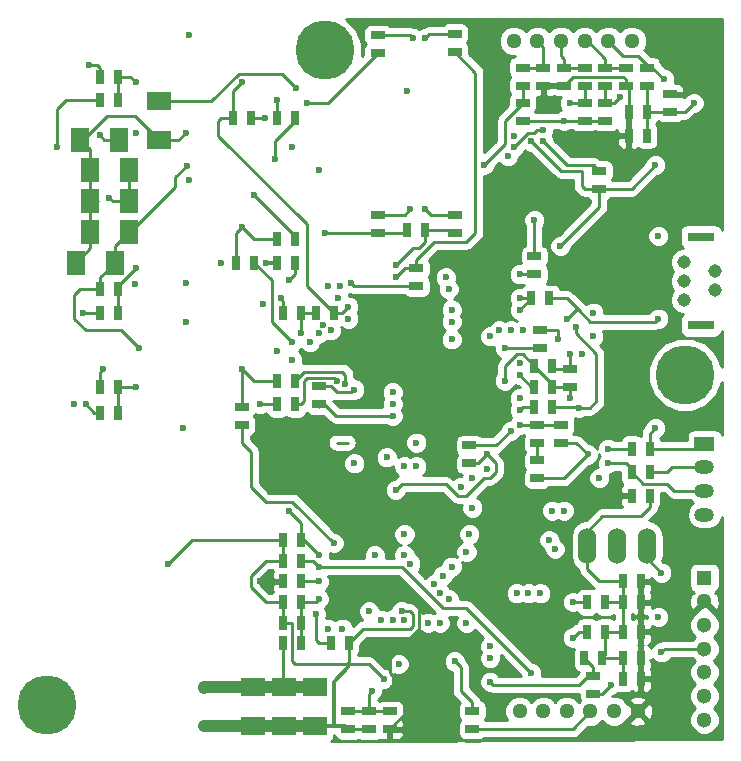
<source format=gbl>
G04 #@! TF.FileFunction,Copper,L4,Bot,Signal*
%FSLAX46Y46*%
G04 Gerber Fmt 4.6, Leading zero omitted, Abs format (unit mm)*
G04 Created by KiCad (PCBNEW 4.0.6) date 07/07/17 00:51:22*
%MOMM*%
%LPD*%
G01*
G04 APERTURE LIST*
%ADD10C,0.100000*%
%ADD11C,1.143000*%
%ADD12R,2.300000X0.800000*%
%ADD13R,0.635000X1.143000*%
%ADD14R,1.143000X0.635000*%
%ADD15O,1.524000X3.048000*%
%ADD16C,1.300480*%
%ADD17R,1.300000X1.300000*%
%ADD18C,1.300000*%
%ADD19R,1.699260X1.198880*%
%ADD20O,1.699260X1.198880*%
%ADD21R,2.032000X1.524000*%
%ADD22R,1.524000X2.032000*%
%ADD23C,5.000000*%
%ADD24C,0.600000*%
%ADD25C,0.250000*%
%ADD26C,0.300000*%
%ADD27C,1.000000*%
%ADD28C,0.254000*%
G04 APERTURE END LIST*
D10*
D11*
X241650000Y-104950000D03*
X244250000Y-105750000D03*
X241650000Y-106550000D03*
X244250000Y-107350000D03*
X241650000Y-108150000D03*
D12*
X243100000Y-102800000D03*
X243100000Y-110300000D03*
D13*
X207738000Y-135500000D03*
X209262000Y-135500000D03*
X234762000Y-138500000D03*
X233238000Y-138500000D03*
D14*
X238500000Y-90012000D03*
X238500000Y-88488000D03*
X228000000Y-91488000D03*
X228000000Y-93012000D03*
X233250000Y-91488000D03*
X233250000Y-93012000D03*
X235000000Y-91488000D03*
X235000000Y-93012000D03*
D13*
X236488000Y-133750000D03*
X238012000Y-133750000D03*
X238512000Y-94250000D03*
X236988000Y-94250000D03*
X238512000Y-92250000D03*
X236988000Y-92250000D03*
D14*
X240500000Y-92262000D03*
X240500000Y-90738000D03*
D13*
X236488000Y-140250000D03*
X238012000Y-140250000D03*
X233488000Y-136250000D03*
X235012000Y-136250000D03*
D14*
X223750000Y-142988000D03*
X223750000Y-144512000D03*
D13*
X233488000Y-133750000D03*
X235012000Y-133750000D03*
X230512000Y-113750000D03*
X228988000Y-113750000D03*
D14*
X231250000Y-120262000D03*
X231250000Y-118738000D03*
D13*
X230512000Y-115500000D03*
X228988000Y-115500000D03*
D14*
X229250000Y-123262000D03*
X229250000Y-121738000D03*
X229500000Y-112262000D03*
X229500000Y-110738000D03*
X229000000Y-104488000D03*
X229000000Y-106012000D03*
D13*
X238012000Y-138500000D03*
X236488000Y-138500000D03*
D14*
X232000000Y-113988000D03*
X232000000Y-115512000D03*
X234500000Y-98762000D03*
X234500000Y-97238000D03*
D13*
X207238000Y-115000000D03*
X208762000Y-115000000D03*
X203738000Y-105000000D03*
X205262000Y-105000000D03*
X203488000Y-92750000D03*
X205012000Y-92750000D03*
X236488000Y-136250000D03*
X238012000Y-136250000D03*
X207738000Y-130250000D03*
X209262000Y-130250000D03*
D14*
X219000000Y-107012000D03*
X219000000Y-105488000D03*
D13*
X236488000Y-132000000D03*
X238012000Y-132000000D03*
X218238000Y-102250000D03*
X219762000Y-102250000D03*
X209262000Y-128500000D03*
X207738000Y-128500000D03*
D14*
X215000000Y-142988000D03*
X215000000Y-144512000D03*
D13*
X230262000Y-108000000D03*
X228738000Y-108000000D03*
X237238000Y-124750000D03*
X238762000Y-124750000D03*
D15*
X238540000Y-129000000D03*
X236000000Y-129000000D03*
X233460000Y-129000000D03*
D16*
X233250760Y-86250000D03*
X231249240Y-86250000D03*
X229250260Y-86250000D03*
X227248740Y-86250000D03*
X235249740Y-86250000D03*
X237251260Y-86250000D03*
X233750760Y-143000000D03*
X231749240Y-143000000D03*
X229750260Y-143000000D03*
X227748740Y-143000000D03*
X235749740Y-143000000D03*
X237751260Y-143000000D03*
D17*
X243400000Y-131695440D03*
D18*
X243400000Y-135698480D03*
X243400000Y-133696960D03*
X243400000Y-137697460D03*
X243400000Y-139698980D03*
X243400000Y-141700500D03*
X243400000Y-143699480D03*
D19*
X243400000Y-120347720D03*
D20*
X243400000Y-124350760D03*
X243400000Y-122349240D03*
X243400000Y-126349740D03*
D14*
X216750000Y-144512000D03*
X216750000Y-142988000D03*
X213250000Y-142988000D03*
X213250000Y-144512000D03*
D13*
X207738000Y-137250000D03*
X209262000Y-137250000D03*
X207738000Y-133750000D03*
X209262000Y-133750000D03*
D14*
X234000000Y-139988000D03*
X234000000Y-141512000D03*
D13*
X209262000Y-132000000D03*
X207738000Y-132000000D03*
D14*
X235000000Y-88488000D03*
X235000000Y-90012000D03*
X233250000Y-88488000D03*
X233250000Y-90012000D03*
X228000000Y-88488000D03*
X228000000Y-90012000D03*
X229750000Y-88488000D03*
X229750000Y-90012000D03*
X231500000Y-88488000D03*
X231500000Y-90012000D03*
X236750000Y-88488000D03*
X236750000Y-90012000D03*
D13*
X230512000Y-117250000D03*
X228988000Y-117250000D03*
D14*
X229250000Y-120262000D03*
X229250000Y-118738000D03*
X223500000Y-122012000D03*
X223500000Y-120488000D03*
D13*
X212012000Y-109250000D03*
X210488000Y-109250000D03*
X207738000Y-109250000D03*
X209262000Y-109250000D03*
D14*
X210750000Y-117012000D03*
X210750000Y-115488000D03*
D13*
X207238000Y-103000000D03*
X208762000Y-103000000D03*
X207238000Y-117000000D03*
X208762000Y-117000000D03*
X193762000Y-117750000D03*
X192238000Y-117750000D03*
X192238000Y-115500000D03*
X193762000Y-115500000D03*
D14*
X204250000Y-117238000D03*
X204250000Y-118762000D03*
D13*
X213262000Y-137250000D03*
X211738000Y-137250000D03*
X207238000Y-105000000D03*
X208762000Y-105000000D03*
X193762000Y-109250000D03*
X192238000Y-109250000D03*
X192238000Y-107250000D03*
X193762000Y-107250000D03*
X207238000Y-92750000D03*
X208762000Y-92750000D03*
X193762000Y-91250000D03*
X192238000Y-91250000D03*
X192238000Y-89250000D03*
X193762000Y-89250000D03*
D14*
X215750000Y-85738000D03*
X215750000Y-87262000D03*
X222250000Y-85638000D03*
X222250000Y-87162000D03*
X215750000Y-100988000D03*
X215750000Y-102512000D03*
X222250000Y-100988000D03*
X222250000Y-102512000D03*
D13*
X237238000Y-122750000D03*
X238762000Y-122750000D03*
X237238000Y-120750000D03*
X238762000Y-120750000D03*
D21*
X205200000Y-144251000D03*
X205200000Y-140949000D03*
X207800000Y-144251000D03*
X207800000Y-140949000D03*
X210400000Y-140949000D03*
X210400000Y-144251000D03*
D22*
X193851000Y-94600000D03*
X190549000Y-94600000D03*
D21*
X197200000Y-91349000D03*
X197200000Y-94651000D03*
D22*
X194651000Y-97200000D03*
X191349000Y-97200000D03*
X194651000Y-99800000D03*
X191349000Y-99800000D03*
X193451000Y-105000000D03*
X190149000Y-105000000D03*
X194651000Y-102400000D03*
X191349000Y-102400000D03*
D23*
X187750000Y-142500000D03*
X211250000Y-87000000D03*
X241750000Y-114500000D03*
D24*
X231750000Y-109750000D03*
X239500000Y-109750000D03*
X233500000Y-121250000D03*
X198000000Y-130500000D03*
X217750000Y-134500000D03*
X216250000Y-140250000D03*
X201000000Y-144250000D03*
X229000000Y-101400000D03*
X239250000Y-119000000D03*
X193000000Y-99500000D03*
X195200000Y-106800000D03*
X226500000Y-115000000D03*
X242500000Y-91500000D03*
X232000000Y-116500000D03*
X207550000Y-108000000D03*
X217250000Y-124250000D03*
X225000000Y-121250000D03*
X217000000Y-118000000D03*
X231500000Y-93000000D03*
X210750000Y-133500000D03*
X216500000Y-121500000D03*
X225250000Y-140500000D03*
X240000000Y-89500000D03*
X227250000Y-94250000D03*
X210750000Y-132000000D03*
X218500000Y-130500000D03*
X224750000Y-96750000D03*
X219000000Y-120250000D03*
X223750000Y-123250000D03*
X218000000Y-122250000D03*
X227250000Y-95250000D03*
X229750000Y-93750000D03*
X232000000Y-91500000D03*
X236250000Y-91000000D03*
X226750000Y-96000000D03*
X219000000Y-122250000D03*
X233000000Y-123500000D03*
X235000000Y-119250000D03*
X213500000Y-126250000D03*
X231000000Y-94500000D03*
X217000000Y-141000000D03*
X216250000Y-133250000D03*
X225500000Y-114750000D03*
X205750000Y-132000000D03*
X227750000Y-126750000D03*
X226500000Y-107000000D03*
X223750000Y-140250000D03*
X232250000Y-136750000D03*
X213750000Y-122000000D03*
X215500000Y-129750000D03*
X217000000Y-135250000D03*
X222250000Y-138750000D03*
X223500000Y-128000000D03*
X232250000Y-133750000D03*
X232000000Y-112750000D03*
X227750000Y-118750000D03*
X227750000Y-108000000D03*
X227750000Y-109000000D03*
X233000000Y-112750000D03*
X227750000Y-114500000D03*
X226500000Y-112250000D03*
X231000000Y-111500000D03*
X227750000Y-106000000D03*
X231200000Y-103600000D03*
X228750000Y-94750000D03*
X239250000Y-96750000D03*
X217000000Y-116000000D03*
X229750000Y-94750000D03*
X217000000Y-117000000D03*
X204250000Y-114000000D03*
X213000000Y-115250000D03*
X202500000Y-105000000D03*
X206000000Y-108500000D03*
X204250000Y-102000000D03*
X210750000Y-111000000D03*
X208500000Y-111750000D03*
X213250000Y-108750000D03*
X204250000Y-89750000D03*
X206150000Y-92750000D03*
X211100000Y-110250000D03*
X228750000Y-139750000D03*
X210750000Y-130750000D03*
X232750000Y-117300000D03*
X232500000Y-110500000D03*
X239500000Y-102750000D03*
X209750000Y-91500000D03*
X213500000Y-106750000D03*
X217250000Y-106250000D03*
X211250000Y-102500000D03*
X211500000Y-107000000D03*
X217250000Y-105250000D03*
X208250000Y-126000000D03*
X210750000Y-129750000D03*
X215250000Y-141250000D03*
X201000000Y-141000000D03*
X199500000Y-94000000D03*
X199750000Y-85750000D03*
X199500000Y-106750000D03*
X199500000Y-110000000D03*
X199250000Y-119000000D03*
X199750000Y-98000000D03*
X210800000Y-97200000D03*
X199600000Y-96800000D03*
X195500000Y-112250000D03*
X192500000Y-114000000D03*
X190000000Y-117000000D03*
X207250000Y-112500000D03*
X208800000Y-90200000D03*
X192200000Y-94200000D03*
X212500000Y-107000000D03*
X218250000Y-90500000D03*
X195250000Y-94000000D03*
X208500000Y-95250000D03*
X191250000Y-88250000D03*
X235500000Y-140750000D03*
X239750000Y-131250000D03*
X223250000Y-129500000D03*
X225250000Y-138500000D03*
X225250000Y-137500000D03*
X223750000Y-125750000D03*
X217500000Y-139000000D03*
X239750000Y-138000000D03*
X221750000Y-133500000D03*
X216000000Y-135250000D03*
X239500000Y-135000000D03*
X221000000Y-133000000D03*
X218000000Y-135250000D03*
X235250000Y-122000000D03*
X234500000Y-123250000D03*
X205750000Y-117000000D03*
X195250000Y-115500000D03*
X206250000Y-105000000D03*
X195250000Y-105500000D03*
X207250000Y-91250000D03*
X195250000Y-89750000D03*
X227750000Y-117500000D03*
X227000000Y-119250000D03*
X211500000Y-136000000D03*
X209250000Y-111000000D03*
X213750000Y-115750000D03*
X212750000Y-136000000D03*
X205250000Y-99250000D03*
X212250000Y-115000000D03*
X208500000Y-113250000D03*
X191000000Y-117000000D03*
X212000000Y-128750000D03*
X215000000Y-134500000D03*
X210500000Y-134750000D03*
X208250000Y-106500000D03*
X210000000Y-111750000D03*
X211750000Y-110750000D03*
X190750000Y-109250000D03*
X213250000Y-109750000D03*
X207000000Y-96250000D03*
X188600000Y-95200000D03*
X212400000Y-108000000D03*
X218750000Y-86000000D03*
X219750000Y-86000000D03*
X218500000Y-100500000D03*
X219750000Y-100500000D03*
X230750000Y-129250000D03*
X234000000Y-111250000D03*
X230250000Y-128500000D03*
X234000000Y-109250000D03*
X235250000Y-120750000D03*
X227750000Y-113500000D03*
X223250000Y-135500000D03*
X229500000Y-133000000D03*
X228000000Y-110750000D03*
X227000000Y-110750000D03*
X228500000Y-133000000D03*
X227500000Y-133000000D03*
X226000000Y-110750000D03*
X225250000Y-111250000D03*
X222750000Y-124000000D03*
X225000000Y-122500000D03*
X227750000Y-116500000D03*
X221500000Y-106250000D03*
X220000000Y-135500000D03*
X221000000Y-135500000D03*
X221750000Y-107250000D03*
X220500000Y-132250000D03*
X222000000Y-109000000D03*
X222000000Y-110000000D03*
X221250000Y-131500000D03*
X222000000Y-111500000D03*
X222000000Y-130750000D03*
X231500000Y-126000000D03*
X218000000Y-129750000D03*
X218000000Y-128000000D03*
X230500000Y-126000000D03*
D25*
X213200000Y-120250340D02*
X212250340Y-120250340D01*
X232500000Y-109000000D02*
X232750000Y-109000000D01*
X231750000Y-109750000D02*
X232500000Y-109000000D01*
X239500000Y-109750000D02*
X239250000Y-110000000D01*
X239250000Y-110000000D02*
X233750000Y-110000000D01*
X233750000Y-110000000D02*
X232750000Y-109000000D01*
X232750000Y-109000000D02*
X231750000Y-108000000D01*
X231750000Y-108000000D02*
X230262000Y-108000000D01*
X207738000Y-128500000D02*
X200000000Y-128500000D01*
X200000000Y-128500000D02*
X198000000Y-130500000D01*
X214512000Y-136000000D02*
X213262000Y-137250000D01*
X218500000Y-136000000D02*
X214512000Y-136000000D01*
X218750000Y-135750000D02*
X218500000Y-136000000D01*
X218750000Y-134750000D02*
X218750000Y-135750000D01*
X218500000Y-134500000D02*
X218750000Y-134750000D01*
X217750000Y-134500000D02*
X218500000Y-134500000D01*
X215000000Y-139000000D02*
X213250000Y-139000000D01*
X216250000Y-140250000D02*
X215000000Y-139000000D01*
D26*
X213250000Y-139000000D02*
X213250000Y-139250000D01*
X212000000Y-140500000D02*
X212000000Y-144251000D01*
X213250000Y-139250000D02*
X212000000Y-140500000D01*
X210400000Y-144251000D02*
X212000000Y-144251000D01*
X212000000Y-144251000D02*
X212989000Y-144251000D01*
X212989000Y-144251000D02*
X213250000Y-144512000D01*
D27*
X207800000Y-144251000D02*
X210400000Y-144251000D01*
X205200000Y-144251000D02*
X207800000Y-144251000D01*
X205200000Y-144251000D02*
X201001000Y-144251000D01*
X201001000Y-144251000D02*
X201000000Y-144250000D01*
D25*
X210750000Y-117012000D02*
X211212000Y-117012000D01*
X211212000Y-117012000D02*
X212200000Y-118000000D01*
X212200000Y-118000000D02*
X217000000Y-118000000D01*
X229000000Y-104488000D02*
X229000000Y-101400000D01*
X210750000Y-117012000D02*
X210750000Y-117250000D01*
X238762000Y-124750000D02*
X238762000Y-125738000D01*
X234750000Y-126500000D02*
X233460000Y-127790000D01*
X238000000Y-126500000D02*
X234750000Y-126500000D01*
X238762000Y-125738000D02*
X238000000Y-126500000D01*
X233460000Y-127790000D02*
X233460000Y-129000000D01*
X238762000Y-120750000D02*
X238762000Y-119488000D01*
X238762000Y-119488000D02*
X239250000Y-119000000D01*
X207738000Y-135500000D02*
X208500000Y-135500000D01*
X213262000Y-138988000D02*
X213250000Y-139000000D01*
X213262000Y-137250000D02*
X213262000Y-138988000D01*
X208750000Y-139000000D02*
X213250000Y-139000000D01*
X208500000Y-138750000D02*
X208750000Y-139000000D01*
X208500000Y-135500000D02*
X208500000Y-138750000D01*
X194651000Y-99800000D02*
X193300000Y-99800000D01*
X193300000Y-99800000D02*
X193000000Y-99500000D01*
X194651000Y-97200000D02*
X194651000Y-99800000D01*
X210661000Y-144512000D02*
X210400000Y-144251000D01*
X207738000Y-109250000D02*
X207738000Y-108238000D01*
X228000000Y-93012000D02*
X231488000Y-93012000D01*
X231488000Y-93012000D02*
X231500000Y-93000000D01*
X240500000Y-92262000D02*
X241738000Y-92262000D01*
X233250000Y-93012000D02*
X231512000Y-93012000D01*
X231512000Y-93012000D02*
X231500000Y-93000000D01*
X238500000Y-90012000D02*
X238500000Y-92238000D01*
X238500000Y-92238000D02*
X238512000Y-92250000D01*
X238512000Y-92250000D02*
X240488000Y-92250000D01*
X240488000Y-92250000D02*
X240500000Y-92262000D01*
X238512000Y-92250000D02*
X238512000Y-94250000D01*
X233250000Y-93012000D02*
X235000000Y-93012000D01*
X207738000Y-130250000D02*
X206250000Y-130250000D01*
X206250000Y-130250000D02*
X205000000Y-131500000D01*
X206250000Y-133750000D02*
X207738000Y-133750000D01*
X207738000Y-128500000D02*
X207738000Y-130250000D01*
X230512000Y-115500000D02*
X230512000Y-115274000D01*
X230512000Y-115274000D02*
X228988000Y-113750000D01*
X230512000Y-115500000D02*
X231988000Y-115500000D01*
X231988000Y-115500000D02*
X232000000Y-115512000D01*
X232000000Y-115512000D02*
X232000000Y-116500000D01*
X228988000Y-113750000D02*
X228988000Y-113738000D01*
X227500000Y-112750000D02*
X226500000Y-113750000D01*
X226500000Y-113750000D02*
X226500000Y-115000000D01*
X238762000Y-120750000D02*
X242997720Y-120750000D01*
X242997720Y-120750000D02*
X243400000Y-120347720D01*
X234500000Y-132000000D02*
X233460000Y-130960000D01*
X233460000Y-130960000D02*
X233460000Y-129000000D01*
X236488000Y-138500000D02*
X234762000Y-138500000D01*
X236488000Y-138500000D02*
X236488000Y-140250000D01*
X235012000Y-136250000D02*
X235012000Y-138250000D01*
X235012000Y-138250000D02*
X234762000Y-138500000D01*
X235012000Y-136250000D02*
X236488000Y-136250000D01*
X236488000Y-133750000D02*
X236488000Y-136012000D01*
X236488000Y-136012000D02*
X236250000Y-136250000D01*
X236250000Y-136250000D02*
X236488000Y-136250000D01*
X235012000Y-133750000D02*
X236488000Y-133750000D01*
X223750000Y-144512000D02*
X232238760Y-144512000D01*
X229250000Y-123262000D02*
X231488000Y-123262000D01*
X231488000Y-123262000D02*
X233500000Y-121250000D01*
X231250000Y-120262000D02*
X232512000Y-120262000D01*
X232512000Y-120262000D02*
X233500000Y-121250000D01*
X223500000Y-122012000D02*
X224238000Y-122012000D01*
X213250000Y-144512000D02*
X215000000Y-144512000D01*
X212989840Y-144501840D02*
X213000000Y-144512000D01*
X236488000Y-132000000D02*
X234500000Y-132000000D01*
X236488000Y-132000000D02*
X236488000Y-133750000D01*
X241738000Y-92262000D02*
X242500000Y-91500000D01*
X232238760Y-144512000D02*
X233750760Y-143000000D01*
X224238000Y-122012000D02*
X225000000Y-121250000D01*
X205000000Y-131500000D02*
X205000000Y-132500000D01*
X205000000Y-132500000D02*
X206250000Y-133750000D01*
X228988000Y-113738000D02*
X228000000Y-112750000D01*
X228000000Y-112750000D02*
X227500000Y-112750000D01*
X207738000Y-108238000D02*
X207550000Y-108050000D01*
X207550000Y-108050000D02*
X207550000Y-108000000D01*
X207738000Y-133750000D02*
X207738000Y-135500000D01*
X217250000Y-124250000D02*
X217750000Y-123750000D01*
X217750000Y-123750000D02*
X221500000Y-123750000D01*
X221500000Y-123750000D02*
X222500000Y-124750000D01*
X222500000Y-124750000D02*
X223250000Y-124750000D01*
X223250000Y-124750000D02*
X224750000Y-123250000D01*
X224750000Y-123250000D02*
X225250000Y-123250000D01*
X225250000Y-123250000D02*
X225750000Y-122750000D01*
X225750000Y-122750000D02*
X225750000Y-122000000D01*
X225750000Y-122000000D02*
X225000000Y-121250000D01*
X209262000Y-135500000D02*
X209262000Y-133750000D01*
X209262000Y-137250000D02*
X209262000Y-135500000D01*
X209262000Y-133750000D02*
X210500000Y-133750000D01*
X210500000Y-133750000D02*
X210750000Y-133500000D01*
X232750000Y-140750000D02*
X225500000Y-140750000D01*
X233512000Y-139988000D02*
X232750000Y-140750000D01*
X225500000Y-140750000D02*
X225250000Y-140500000D01*
X233512000Y-139988000D02*
X234000000Y-139988000D01*
X234000000Y-139262000D02*
X233238000Y-138500000D01*
X234000000Y-139988000D02*
X234000000Y-139262000D01*
X238500000Y-88488000D02*
X238500000Y-88250000D01*
X238500000Y-88250000D02*
X237750000Y-87500000D01*
X236499740Y-87500000D02*
X235249740Y-86250000D01*
X237750000Y-87500000D02*
X236499740Y-87500000D01*
X240000000Y-89500000D02*
X238988000Y-88488000D01*
X238988000Y-88488000D02*
X238500000Y-88488000D01*
X209262000Y-132000000D02*
X210750000Y-132000000D01*
X228000000Y-91488000D02*
X228000000Y-90012000D01*
X226500000Y-92988000D02*
X228000000Y-91488000D01*
X226500000Y-95000000D02*
X226500000Y-92988000D01*
X224750000Y-96750000D02*
X226500000Y-95000000D01*
X232012000Y-91488000D02*
X233250000Y-91488000D01*
X233250000Y-90012000D02*
X233250000Y-91488000D01*
X232000000Y-91500000D02*
X232012000Y-91488000D01*
X229000000Y-94000000D02*
X229250000Y-93750000D01*
X228500000Y-94000000D02*
X229000000Y-94000000D01*
X227250000Y-95250000D02*
X228500000Y-94000000D01*
X229250000Y-93750000D02*
X229500000Y-93750000D01*
X229500000Y-93750000D02*
X229750000Y-93750000D01*
X236250000Y-91000000D02*
X235762000Y-91488000D01*
X235000000Y-91488000D02*
X235000000Y-90012000D01*
X235762000Y-91488000D02*
X235000000Y-91488000D01*
X216250000Y-133250000D02*
X218250000Y-133250000D01*
X217000000Y-140000000D02*
X217000000Y-141000000D01*
X216750000Y-139750000D02*
X217000000Y-140000000D01*
X216750000Y-138500000D02*
X216750000Y-139750000D01*
X219250000Y-136000000D02*
X216750000Y-138500000D01*
X219250000Y-134250000D02*
X219250000Y-136000000D01*
X218250000Y-133250000D02*
X219250000Y-134250000D01*
X236750000Y-90012000D02*
X236750000Y-89500000D01*
X232262000Y-89250000D02*
X231500000Y-90012000D01*
X236500000Y-89250000D02*
X232262000Y-89250000D01*
X236750000Y-89500000D02*
X236500000Y-89250000D01*
X231500000Y-90012000D02*
X229750000Y-90012000D01*
X231250000Y-94250000D02*
X236988000Y-94250000D01*
X231000000Y-94500000D02*
X231250000Y-94250000D01*
X217000000Y-141000000D02*
X218250000Y-142250000D01*
X218250000Y-143012000D02*
X216750000Y-144512000D01*
X218250000Y-142250000D02*
X218250000Y-143012000D01*
X216750000Y-144512000D02*
X216750000Y-144750000D01*
X236988000Y-92250000D02*
X236988000Y-90250000D01*
X236988000Y-90250000D02*
X236750000Y-90012000D01*
X207738000Y-132000000D02*
X205750000Y-132000000D01*
X232750000Y-136250000D02*
X232250000Y-136750000D01*
X233488000Y-136250000D02*
X232750000Y-136250000D01*
X223750000Y-142250000D02*
X223750000Y-142988000D01*
X222750000Y-141250000D02*
X223750000Y-142250000D01*
X222750000Y-139250000D02*
X222750000Y-141250000D01*
X222250000Y-138750000D02*
X222750000Y-139250000D01*
X233488000Y-133750000D02*
X232250000Y-133750000D01*
X232000000Y-113988000D02*
X230750000Y-113988000D01*
X230750000Y-113988000D02*
X230512000Y-113750000D01*
X232000000Y-112750000D02*
X232000000Y-113988000D01*
X231250000Y-118738000D02*
X229250000Y-118738000D01*
X227762000Y-118738000D02*
X229250000Y-118738000D01*
X227750000Y-118750000D02*
X227762000Y-118738000D01*
X227750000Y-109000000D02*
X228738000Y-108012000D01*
X228738000Y-108012000D02*
X228738000Y-108000000D01*
X227750000Y-108000000D02*
X228738000Y-108000000D01*
X228988000Y-115500000D02*
X228750000Y-115500000D01*
X228750000Y-115500000D02*
X227750000Y-114500000D01*
X229250000Y-120262000D02*
X229250000Y-121738000D01*
X229500000Y-112262000D02*
X226512000Y-112262000D01*
X226512000Y-112262000D02*
X226500000Y-112250000D01*
X230988000Y-110738000D02*
X229500000Y-110738000D01*
X231000000Y-110750000D02*
X230988000Y-110738000D01*
X231000000Y-111500000D02*
X231000000Y-110750000D01*
X227762000Y-106012000D02*
X229000000Y-106012000D01*
X227750000Y-106000000D02*
X227762000Y-106012000D01*
X231200000Y-103600000D02*
X234500000Y-100300000D01*
X234500000Y-100300000D02*
X234500000Y-98762000D01*
X233000000Y-97250000D02*
X233000000Y-98500000D01*
X228750000Y-94750000D02*
X231250000Y-97250000D01*
X231250000Y-97250000D02*
X233000000Y-97250000D01*
X234500000Y-98762000D02*
X237238000Y-98762000D01*
X237238000Y-98762000D02*
X239250000Y-96750000D01*
X233262000Y-98762000D02*
X234500000Y-98762000D01*
X233000000Y-98500000D02*
X233262000Y-98762000D01*
X234012000Y-96750000D02*
X234500000Y-97238000D01*
X231750000Y-96750000D02*
X234012000Y-96750000D01*
X229750000Y-94750000D02*
X231750000Y-96750000D01*
X204250000Y-117238000D02*
X204250000Y-114000000D01*
X207238000Y-115000000D02*
X205250000Y-115000000D01*
X205250000Y-115000000D02*
X204250000Y-114000000D01*
X209512000Y-114250000D02*
X208762000Y-115000000D01*
X212750000Y-114250000D02*
X209512000Y-114250000D01*
X213000000Y-114500000D02*
X212750000Y-114250000D01*
X213000000Y-115250000D02*
X213000000Y-114500000D01*
X203738000Y-105000000D02*
X203738000Y-102512000D01*
X203738000Y-102512000D02*
X204250000Y-102000000D01*
X207238000Y-103000000D02*
X205250000Y-103000000D01*
X205250000Y-103000000D02*
X204250000Y-102000000D01*
X206750000Y-106488000D02*
X205262000Y-105000000D01*
X206750000Y-110000000D02*
X206750000Y-106488000D01*
X208500000Y-111750000D02*
X206750000Y-110000000D01*
X212012000Y-109250000D02*
X212000000Y-109250000D01*
X212000000Y-109250000D02*
X209750000Y-107000000D01*
X202500000Y-92750000D02*
X203488000Y-92750000D01*
X202250000Y-93000000D02*
X202500000Y-92750000D01*
X202250000Y-94250000D02*
X202250000Y-93000000D01*
X209750000Y-101750000D02*
X202250000Y-94250000D01*
X209750000Y-107000000D02*
X209750000Y-101750000D01*
X203488000Y-92750000D02*
X203488000Y-90512000D01*
X203488000Y-90512000D02*
X204250000Y-89750000D01*
X212750000Y-109250000D02*
X212012000Y-109250000D01*
X213250000Y-108750000D02*
X212750000Y-109250000D01*
X206150000Y-92750000D02*
X205012000Y-92750000D01*
X210750000Y-130750000D02*
X217750000Y-130750000D01*
X217750000Y-130750000D02*
X221250000Y-134250000D01*
X221250000Y-134250000D02*
X223250000Y-134250000D01*
X223250000Y-134250000D02*
X228750000Y-139750000D01*
X209262000Y-130250000D02*
X210250000Y-130250000D01*
X210250000Y-130250000D02*
X210750000Y-130750000D01*
X232750000Y-117300000D02*
X233700000Y-117300000D01*
X232700000Y-117250000D02*
X232750000Y-117300000D01*
X230512000Y-117250000D02*
X232700000Y-117250000D01*
X232500000Y-111000000D02*
X232500000Y-110500000D01*
X234250000Y-112750000D02*
X232500000Y-111000000D01*
X234250000Y-116750000D02*
X234250000Y-112750000D01*
X233700000Y-117300000D02*
X234250000Y-116750000D01*
X209750000Y-91500000D02*
X211512000Y-91500000D01*
X211512000Y-91500000D02*
X215750000Y-87262000D01*
X213762000Y-107012000D02*
X219000000Y-107012000D01*
X213500000Y-106750000D02*
X213762000Y-107012000D01*
X224000000Y-102500000D02*
X224000000Y-88912000D01*
X219000000Y-105488000D02*
X219000000Y-104750000D01*
X219000000Y-104750000D02*
X220500000Y-103250000D01*
X220500000Y-103250000D02*
X223250000Y-103250000D01*
X223250000Y-103250000D02*
X224000000Y-102500000D01*
X224000000Y-88912000D02*
X222250000Y-87162000D01*
X218012000Y-105488000D02*
X219000000Y-105488000D01*
X217250000Y-106250000D02*
X218012000Y-105488000D01*
X215750000Y-102512000D02*
X217976000Y-102512000D01*
X217976000Y-102512000D02*
X218238000Y-102250000D01*
X211262000Y-102512000D02*
X215750000Y-102512000D01*
X211250000Y-102500000D02*
X211262000Y-102512000D01*
X219250000Y-103750000D02*
X219762000Y-103238000D01*
X218750000Y-103750000D02*
X219250000Y-103750000D01*
X217250000Y-105250000D02*
X218750000Y-103750000D01*
X219762000Y-103238000D02*
X219762000Y-102250000D01*
X219762000Y-102250000D02*
X221988000Y-102250000D01*
X221988000Y-102250000D02*
X222250000Y-102512000D01*
X209262000Y-128500000D02*
X209262000Y-127012000D01*
X209262000Y-127012000D02*
X208250000Y-126000000D01*
X210750000Y-129750000D02*
X209500000Y-128500000D01*
X209500000Y-128500000D02*
X209262000Y-128500000D01*
X213250000Y-142988000D02*
X215000000Y-142988000D01*
X216750000Y-142988000D02*
X215000000Y-142988000D01*
X215024000Y-143012000D02*
X215000000Y-142988000D01*
X215000000Y-142988000D02*
X215000000Y-141500000D01*
X215000000Y-141500000D02*
X215250000Y-141250000D01*
D27*
X207800000Y-140949000D02*
X210400000Y-140949000D01*
X205200000Y-140949000D02*
X207800000Y-140949000D01*
X201051000Y-140949000D02*
X205200000Y-140949000D01*
X201000000Y-141000000D02*
X201051000Y-140949000D01*
D25*
X191349000Y-97200000D02*
X191349000Y-99800000D01*
X191349000Y-97200000D02*
X191349000Y-95400000D01*
X191349000Y-95400000D02*
X190549000Y-94600000D01*
X190549000Y-94600000D02*
X190800000Y-94600000D01*
X190800000Y-94600000D02*
X192800000Y-92600000D01*
X192800000Y-92600000D02*
X195149000Y-92600000D01*
X195149000Y-92600000D02*
X197200000Y-94651000D01*
X197200000Y-94651000D02*
X198849000Y-94651000D01*
X198849000Y-94651000D02*
X199500000Y-94000000D01*
X191349000Y-99800000D02*
X192051000Y-99800000D01*
X191349000Y-102400000D02*
X191349000Y-99800000D01*
X191349000Y-102400000D02*
X191349000Y-103800000D01*
X191349000Y-103800000D02*
X190149000Y-105000000D01*
X207738000Y-137250000D02*
X207738000Y-140887000D01*
X207738000Y-140887000D02*
X207800000Y-140949000D01*
X194651000Y-102400000D02*
X194800000Y-102400000D01*
X194800000Y-102400000D02*
X198600000Y-98600000D01*
X198600000Y-97800000D02*
X199600000Y-96800000D01*
X198600000Y-98600000D02*
X198600000Y-97800000D01*
X193451000Y-105000000D02*
X193451000Y-103600000D01*
X193451000Y-103600000D02*
X194651000Y-102400000D01*
X192238000Y-107250000D02*
X192238000Y-106213000D01*
X192238000Y-106213000D02*
X193451000Y-105000000D01*
X190500000Y-107250000D02*
X192238000Y-107250000D01*
X190000000Y-107750000D02*
X190500000Y-107250000D01*
X190000000Y-109750000D02*
X190000000Y-107750000D01*
X191000000Y-110750000D02*
X190000000Y-109750000D01*
X194000000Y-110750000D02*
X191000000Y-110750000D01*
X195500000Y-112250000D02*
X194000000Y-110750000D01*
X192248160Y-107239840D02*
X192238000Y-107250000D01*
X192238000Y-115500000D02*
X192238000Y-114262000D01*
X192238000Y-114262000D02*
X192500000Y-114000000D01*
X197200000Y-91349000D02*
X201651000Y-91349000D01*
X207600000Y-89000000D02*
X208800000Y-90200000D01*
X204000000Y-89000000D02*
X207600000Y-89000000D01*
X201651000Y-91349000D02*
X204000000Y-89000000D01*
X193851000Y-94600000D02*
X192600000Y-94600000D01*
X192600000Y-94600000D02*
X192200000Y-94200000D01*
X192238000Y-88488000D02*
X192238000Y-89250000D01*
X192000000Y-88250000D02*
X192238000Y-88488000D01*
X191250000Y-88250000D02*
X192000000Y-88250000D01*
X192238000Y-89250000D02*
X192000000Y-89250000D01*
X234738000Y-141512000D02*
X235500000Y-140750000D01*
X234000000Y-141512000D02*
X234738000Y-141512000D01*
X239750000Y-131250000D02*
X238540000Y-130040000D01*
X238540000Y-130040000D02*
X238540000Y-129000000D01*
X233250760Y-86250000D02*
X233500000Y-86250000D01*
X233500000Y-86250000D02*
X235000000Y-87750000D01*
X235000000Y-87750000D02*
X235000000Y-88488000D01*
X235000000Y-88488000D02*
X236750000Y-88488000D01*
X234750760Y-88238760D02*
X235000000Y-88488000D01*
X231249240Y-86250000D02*
X231249240Y-87499240D01*
X231500000Y-87750000D02*
X231500000Y-88488000D01*
X231249240Y-87499240D02*
X231500000Y-87750000D01*
X233250000Y-88488000D02*
X231500000Y-88488000D01*
X229750000Y-88488000D02*
X229750000Y-86749740D01*
X229750000Y-86749740D02*
X229250260Y-86250000D01*
X229750000Y-88488000D02*
X228000000Y-88488000D01*
X240052540Y-137697460D02*
X243400000Y-137697460D01*
X239750000Y-138000000D02*
X240052540Y-137697460D01*
X237238000Y-122750000D02*
X237238000Y-122488000D01*
X237238000Y-122488000D02*
X236750000Y-122000000D01*
X236750000Y-122000000D02*
X235250000Y-122000000D01*
X243400000Y-124350760D02*
X240850760Y-124350760D01*
X238238000Y-123750000D02*
X237238000Y-122750000D01*
X240250000Y-123750000D02*
X238238000Y-123750000D01*
X240850760Y-124350760D02*
X240250000Y-123750000D01*
X243400000Y-122349240D02*
X240650760Y-122349240D01*
X240250000Y-122750000D02*
X238762000Y-122750000D01*
X240650760Y-122349240D02*
X240250000Y-122750000D01*
X207238000Y-117000000D02*
X205750000Y-117000000D01*
X193762000Y-115500000D02*
X195250000Y-115500000D01*
X193762000Y-117750000D02*
X193762000Y-115500000D01*
D26*
X206250000Y-105000000D02*
X207238000Y-105000000D01*
D25*
X193762000Y-107250000D02*
X193762000Y-106988000D01*
X193762000Y-109250000D02*
X193762000Y-107250000D01*
X193762000Y-106988000D02*
X195250000Y-105500000D01*
X207238000Y-91262000D02*
X207238000Y-92750000D01*
X207250000Y-91250000D02*
X207238000Y-91262000D01*
X193762000Y-89250000D02*
X193762000Y-91250000D01*
X194750000Y-89250000D02*
X193762000Y-89250000D01*
X195250000Y-89750000D02*
X194750000Y-89250000D01*
X228000000Y-117250000D02*
X228988000Y-117250000D01*
X227750000Y-117500000D02*
X228000000Y-117250000D01*
X225762000Y-120488000D02*
X223500000Y-120488000D01*
X227000000Y-119250000D02*
X225762000Y-120488000D01*
X209262000Y-109250000D02*
X210488000Y-109250000D01*
X209262000Y-110988000D02*
X209262000Y-109250000D01*
X209250000Y-111000000D02*
X209262000Y-110988000D01*
X210750000Y-115488000D02*
X211738000Y-115488000D01*
X213500000Y-116000000D02*
X213750000Y-115750000D01*
X212250000Y-116000000D02*
X213500000Y-116000000D01*
X211738000Y-115488000D02*
X212250000Y-116000000D01*
X205250000Y-99250000D02*
X208762000Y-102762000D01*
X208762000Y-102762000D02*
X208762000Y-103000000D01*
X209250000Y-117000000D02*
X209500000Y-116750000D01*
X212250000Y-115000000D02*
X212000000Y-114750000D01*
X212000000Y-114750000D02*
X209750000Y-114750000D01*
X209750000Y-114750000D02*
X209500000Y-115000000D01*
X208762000Y-117000000D02*
X209250000Y-117000000D01*
X209500000Y-116750000D02*
X209500000Y-115000000D01*
X191000000Y-117000000D02*
X191750000Y-117750000D01*
X191750000Y-117750000D02*
X192238000Y-117750000D01*
X210500000Y-137000000D02*
X210750000Y-137250000D01*
X210750000Y-137250000D02*
X211738000Y-137250000D01*
X204250000Y-118762000D02*
X204250000Y-120250000D01*
X204250000Y-120250000D02*
X205000000Y-121000000D01*
X205000000Y-121000000D02*
X205000000Y-124000000D01*
X205000000Y-124000000D02*
X206250000Y-125250000D01*
X206250000Y-125250000D02*
X208500000Y-125250000D01*
X208500000Y-125250000D02*
X212000000Y-128750000D01*
X210500000Y-134750000D02*
X210500000Y-137000000D01*
X208250000Y-106500000D02*
X208762000Y-105988000D01*
X208762000Y-105988000D02*
X208762000Y-105000000D01*
X190750000Y-109250000D02*
X192238000Y-109250000D01*
X207000000Y-94750000D02*
X208762000Y-92988000D01*
X207000000Y-96250000D02*
X207000000Y-94750000D01*
X208762000Y-92988000D02*
X208762000Y-92750000D01*
X189350000Y-91250000D02*
X192238000Y-91250000D01*
X188600000Y-92000000D02*
X189350000Y-91250000D01*
X188600000Y-95200000D02*
X188600000Y-92000000D01*
X218750000Y-86000000D02*
X218488000Y-85738000D01*
X218488000Y-85738000D02*
X215750000Y-85738000D01*
X220112000Y-85638000D02*
X222250000Y-85638000D01*
X219750000Y-86000000D02*
X220112000Y-85638000D01*
X215750000Y-100988000D02*
X218012000Y-100988000D01*
X218012000Y-100988000D02*
X218500000Y-100500000D01*
X220238000Y-100988000D02*
X219750000Y-100500000D01*
X222250000Y-100988000D02*
X220238000Y-100988000D01*
X237238000Y-120750000D02*
X235250000Y-120750000D01*
D28*
G36*
X240313359Y-124888161D02*
X240559921Y-125052908D01*
X240850760Y-125110760D01*
X242172418Y-125110760D01*
X242247843Y-125223641D01*
X242437327Y-125350250D01*
X242247843Y-125476859D01*
X241980250Y-125877340D01*
X241886284Y-126349740D01*
X241980250Y-126822140D01*
X242247843Y-127222621D01*
X242648324Y-127490214D01*
X243120724Y-127584180D01*
X243679276Y-127584180D01*
X244151676Y-127490214D01*
X244552157Y-127222621D01*
X244819750Y-126822140D01*
X244873000Y-126554434D01*
X244873000Y-145373704D01*
X214939733Y-145540000D01*
X211769676Y-145540000D01*
X211867441Y-145477090D01*
X212012431Y-145264890D01*
X212058782Y-145036000D01*
X212069916Y-145036000D01*
X212075338Y-145064817D01*
X212214410Y-145280941D01*
X212426610Y-145425931D01*
X212678500Y-145476940D01*
X213821500Y-145476940D01*
X214056817Y-145432662D01*
X214123583Y-145389699D01*
X214176610Y-145425931D01*
X214428500Y-145476940D01*
X215571500Y-145476940D01*
X215806817Y-145432662D01*
X215872808Y-145390198D01*
X216052190Y-145464500D01*
X216464250Y-145464500D01*
X216623000Y-145305750D01*
X216623000Y-144639000D01*
X216877000Y-144639000D01*
X216877000Y-145305750D01*
X217035750Y-145464500D01*
X217447810Y-145464500D01*
X217681199Y-145367827D01*
X217859827Y-145189198D01*
X217956500Y-144955809D01*
X217956500Y-144797750D01*
X217797750Y-144639000D01*
X216877000Y-144639000D01*
X216623000Y-144639000D01*
X216603000Y-144639000D01*
X216603000Y-144385000D01*
X216623000Y-144385000D01*
X216623000Y-144365000D01*
X216877000Y-144365000D01*
X216877000Y-144385000D01*
X217797750Y-144385000D01*
X217956500Y-144226250D01*
X217956500Y-144068191D01*
X217859827Y-143834802D01*
X217781739Y-143756714D01*
X217917931Y-143557390D01*
X217968940Y-143305500D01*
X217968940Y-142670500D01*
X217924662Y-142435183D01*
X217785590Y-142219059D01*
X217573390Y-142074069D01*
X217321500Y-142023060D01*
X216178500Y-142023060D01*
X215943183Y-142067338D01*
X215876417Y-142110301D01*
X215823390Y-142074069D01*
X215760000Y-142061232D01*
X215760000Y-142050944D01*
X215778943Y-142043117D01*
X216042192Y-141780327D01*
X216184838Y-141436799D01*
X216185057Y-141184944D01*
X216435167Y-141185162D01*
X216778943Y-141043117D01*
X217042192Y-140780327D01*
X217184838Y-140436799D01*
X217185162Y-140064833D01*
X217093807Y-139843737D01*
X217313201Y-139934838D01*
X217685167Y-139935162D01*
X218028943Y-139793117D01*
X218292192Y-139530327D01*
X218434838Y-139186799D01*
X218435162Y-138814833D01*
X218293117Y-138471057D01*
X218030327Y-138207808D01*
X217686799Y-138065162D01*
X217314833Y-138064838D01*
X216971057Y-138206883D01*
X216707808Y-138469673D01*
X216565162Y-138813201D01*
X216564838Y-139185167D01*
X216656193Y-139406263D01*
X216436799Y-139315162D01*
X216389923Y-139315121D01*
X215537401Y-138462599D01*
X215290839Y-138297852D01*
X215000000Y-138240000D01*
X214062091Y-138240000D01*
X214175931Y-138073390D01*
X214226940Y-137821500D01*
X214226940Y-137359862D01*
X214826802Y-136760000D01*
X218500000Y-136760000D01*
X218790839Y-136702148D01*
X219037401Y-136537401D01*
X219287401Y-136287401D01*
X219358568Y-136180893D01*
X219469673Y-136292192D01*
X219813201Y-136434838D01*
X220185167Y-136435162D01*
X220500351Y-136304931D01*
X220813201Y-136434838D01*
X221185167Y-136435162D01*
X221528943Y-136293117D01*
X221792192Y-136030327D01*
X221934838Y-135686799D01*
X221935162Y-135314833D01*
X221809208Y-135010000D01*
X222441063Y-135010000D01*
X222315162Y-135313201D01*
X222314838Y-135685167D01*
X222456883Y-136028943D01*
X222719673Y-136292192D01*
X223063201Y-136434838D01*
X223435167Y-136435162D01*
X223778943Y-136293117D01*
X223998821Y-136073623D01*
X224676530Y-136751332D01*
X224457808Y-136969673D01*
X224315162Y-137313201D01*
X224314838Y-137685167D01*
X224445069Y-138000351D01*
X224315162Y-138313201D01*
X224314838Y-138685167D01*
X224456883Y-139028943D01*
X224719673Y-139292192D01*
X225063201Y-139434838D01*
X225435167Y-139435162D01*
X225778943Y-139293117D01*
X226042192Y-139030327D01*
X226184838Y-138686799D01*
X226185162Y-138314833D01*
X226146527Y-138221329D01*
X227814878Y-139889680D01*
X227814838Y-139935167D01*
X227837494Y-139990000D01*
X226050944Y-139990000D01*
X226043117Y-139971057D01*
X225780327Y-139707808D01*
X225436799Y-139565162D01*
X225064833Y-139564838D01*
X224721057Y-139706883D01*
X224457808Y-139969673D01*
X224315162Y-140313201D01*
X224314838Y-140685167D01*
X224456883Y-141028943D01*
X224719673Y-141292192D01*
X225063201Y-141434838D01*
X225183410Y-141434943D01*
X225209160Y-141452148D01*
X225500000Y-141510000D01*
X232750000Y-141510000D01*
X232781060Y-141503822D01*
X232781060Y-141829500D01*
X232825338Y-142064817D01*
X232842175Y-142090982D01*
X232749840Y-142183156D01*
X232478220Y-141911062D01*
X232006012Y-141714984D01*
X231494712Y-141714538D01*
X231022161Y-141909792D01*
X230749592Y-142181886D01*
X230479240Y-141911062D01*
X230007032Y-141714984D01*
X229495732Y-141714538D01*
X229023181Y-141909792D01*
X228749340Y-142183156D01*
X228477720Y-141911062D01*
X228005512Y-141714984D01*
X227494212Y-141714538D01*
X227021661Y-141909792D01*
X226659802Y-142271020D01*
X226463724Y-142743228D01*
X226463278Y-143254528D01*
X226658532Y-143727079D01*
X226683410Y-143752000D01*
X224791343Y-143752000D01*
X224788247Y-143747189D01*
X224917931Y-143557390D01*
X224968940Y-143305500D01*
X224968940Y-142670500D01*
X224924662Y-142435183D01*
X224785590Y-142219059D01*
X224573390Y-142074069D01*
X224470875Y-142053309D01*
X224452148Y-141959161D01*
X224287401Y-141712599D01*
X223510000Y-140935198D01*
X223510000Y-139250000D01*
X223452148Y-138959161D01*
X223287401Y-138712599D01*
X223185122Y-138610320D01*
X223185162Y-138564833D01*
X223043117Y-138221057D01*
X222780327Y-137957808D01*
X222436799Y-137815162D01*
X222064833Y-137814838D01*
X221721057Y-137956883D01*
X221457808Y-138219673D01*
X221315162Y-138563201D01*
X221314838Y-138935167D01*
X221456883Y-139278943D01*
X221719673Y-139542192D01*
X221990000Y-139654442D01*
X221990000Y-141250000D01*
X222047852Y-141540839D01*
X222212599Y-141787401D01*
X222688314Y-142263116D01*
X222582069Y-142418610D01*
X222531060Y-142670500D01*
X222531060Y-143305500D01*
X222575338Y-143540817D01*
X222711753Y-143752811D01*
X222582069Y-143942610D01*
X222531060Y-144194500D01*
X222531060Y-144829500D01*
X222575338Y-145064817D01*
X222714410Y-145280941D01*
X222926610Y-145425931D01*
X223178500Y-145476940D01*
X224321500Y-145476940D01*
X224556817Y-145432662D01*
X224772941Y-145293590D01*
X224787693Y-145272000D01*
X232238760Y-145272000D01*
X232529599Y-145214148D01*
X232776161Y-145049401D01*
X233540505Y-144285057D01*
X234005288Y-144285462D01*
X234477839Y-144090208D01*
X234750408Y-143818114D01*
X235020760Y-144088938D01*
X235492968Y-144285016D01*
X236004268Y-144285462D01*
X236476819Y-144090208D01*
X236668171Y-143899189D01*
X237031676Y-143899189D01*
X237087386Y-144129809D01*
X237570280Y-144297861D01*
X238080727Y-144268325D01*
X238415134Y-144129809D01*
X238470844Y-143899189D01*
X237751260Y-143179605D01*
X237031676Y-143899189D01*
X236668171Y-143899189D01*
X236838678Y-143728980D01*
X236843445Y-143717500D01*
X236852071Y-143719584D01*
X237571655Y-143000000D01*
X237930865Y-143000000D01*
X238650449Y-143719584D01*
X238881069Y-143663874D01*
X239049121Y-143180980D01*
X239019585Y-142670533D01*
X238881069Y-142336126D01*
X238650449Y-142280416D01*
X237930865Y-143000000D01*
X237571655Y-143000000D01*
X236852071Y-142280416D01*
X236843864Y-142282399D01*
X236839948Y-142272921D01*
X236668139Y-142100811D01*
X237031676Y-142100811D01*
X237751260Y-142820395D01*
X238470844Y-142100811D01*
X238415134Y-141870191D01*
X237932240Y-141702139D01*
X237421793Y-141731675D01*
X237087386Y-141870191D01*
X237031676Y-142100811D01*
X236668139Y-142100811D01*
X236478720Y-141911062D01*
X236006512Y-141714984D01*
X235610164Y-141714638D01*
X235639680Y-141685122D01*
X235685167Y-141685162D01*
X236028943Y-141543117D01*
X236114591Y-141457618D01*
X236170500Y-141468940D01*
X236805500Y-141468940D01*
X237040817Y-141424662D01*
X237256941Y-141285590D01*
X237258412Y-141283437D01*
X237334802Y-141359827D01*
X237568191Y-141456500D01*
X237726250Y-141456500D01*
X237885000Y-141297750D01*
X237885000Y-140377000D01*
X238139000Y-140377000D01*
X238139000Y-141297750D01*
X238297750Y-141456500D01*
X238455809Y-141456500D01*
X238689198Y-141359827D01*
X238867827Y-141181199D01*
X238964500Y-140947810D01*
X238964500Y-140535750D01*
X238805750Y-140377000D01*
X238139000Y-140377000D01*
X237885000Y-140377000D01*
X237865000Y-140377000D01*
X237865000Y-140123000D01*
X237885000Y-140123000D01*
X237885000Y-138627000D01*
X237865000Y-138627000D01*
X237865000Y-138373000D01*
X237885000Y-138373000D01*
X237885000Y-137452250D01*
X237807750Y-137375000D01*
X237885000Y-137297750D01*
X237885000Y-136377000D01*
X238139000Y-136377000D01*
X238139000Y-137297750D01*
X238216250Y-137375000D01*
X238139000Y-137452250D01*
X238139000Y-138373000D01*
X238159000Y-138373000D01*
X238159000Y-138627000D01*
X238139000Y-138627000D01*
X238139000Y-140123000D01*
X238805750Y-140123000D01*
X238964500Y-139964250D01*
X238964500Y-139552190D01*
X238891105Y-139375000D01*
X238964500Y-139197810D01*
X238964500Y-138785750D01*
X238805752Y-138627002D01*
X238964500Y-138627002D01*
X238964500Y-138536573D01*
X239219673Y-138792192D01*
X239563201Y-138934838D01*
X239935167Y-138935162D01*
X240278943Y-138793117D01*
X240542192Y-138530327D01*
X240572449Y-138457460D01*
X242342994Y-138457460D01*
X242583494Y-138698381D01*
X242311265Y-138970135D01*
X242115223Y-139442256D01*
X242114777Y-139953461D01*
X242309995Y-140425923D01*
X242583494Y-140699901D01*
X242311265Y-140971655D01*
X242115223Y-141443776D01*
X242114777Y-141954981D01*
X242309995Y-142427443D01*
X242582224Y-142700149D01*
X242311265Y-142970635D01*
X242115223Y-143442756D01*
X242114777Y-143953961D01*
X242309995Y-144426423D01*
X242671155Y-144788215D01*
X243143276Y-144984257D01*
X243654481Y-144984703D01*
X244126943Y-144789485D01*
X244488735Y-144428325D01*
X244684777Y-143956204D01*
X244685223Y-143444999D01*
X244490005Y-142972537D01*
X244217776Y-142699831D01*
X244488735Y-142429345D01*
X244684777Y-141957224D01*
X244685223Y-141446019D01*
X244490005Y-140973557D01*
X244216506Y-140699579D01*
X244488735Y-140427825D01*
X244684777Y-139955704D01*
X244685223Y-139444499D01*
X244490005Y-138972037D01*
X244216506Y-138698059D01*
X244488735Y-138426305D01*
X244684777Y-137954184D01*
X244685223Y-137442979D01*
X244490005Y-136970517D01*
X244217776Y-136697811D01*
X244488735Y-136427325D01*
X244684777Y-135955204D01*
X244685223Y-135443999D01*
X244490005Y-134971537D01*
X244128845Y-134609745D01*
X244117248Y-134604930D01*
X244119410Y-134595976D01*
X243400000Y-133876565D01*
X242680590Y-134595976D01*
X242682651Y-134604511D01*
X242673057Y-134608475D01*
X242311265Y-134969635D01*
X242115223Y-135441756D01*
X242114777Y-135952961D01*
X242309995Y-136425423D01*
X242582224Y-136698129D01*
X242342475Y-136937460D01*
X240052540Y-136937460D01*
X239761700Y-136995312D01*
X239657526Y-137064919D01*
X239564833Y-137064838D01*
X239221057Y-137206883D01*
X238957808Y-137469673D01*
X238892206Y-137627658D01*
X238867827Y-137568801D01*
X238689198Y-137390173D01*
X238652567Y-137375000D01*
X238689198Y-137359827D01*
X238867827Y-137181199D01*
X238964500Y-136947810D01*
X238964500Y-136535750D01*
X238805750Y-136377000D01*
X238139000Y-136377000D01*
X237885000Y-136377000D01*
X237865000Y-136377000D01*
X237865000Y-136123000D01*
X237885000Y-136123000D01*
X237885000Y-135202250D01*
X237726250Y-135043500D01*
X237568191Y-135043500D01*
X237334802Y-135140173D01*
X237256714Y-135218261D01*
X237248000Y-135212307D01*
X237248000Y-134791343D01*
X237256941Y-134785590D01*
X237258412Y-134783437D01*
X237334802Y-134859827D01*
X237568191Y-134956500D01*
X237726250Y-134956500D01*
X237885000Y-134797750D01*
X237885000Y-133877000D01*
X238139000Y-133877000D01*
X238139000Y-134797750D01*
X238297750Y-134956500D01*
X238455809Y-134956500D01*
X238565077Y-134911240D01*
X238564922Y-135088696D01*
X238455809Y-135043500D01*
X238297750Y-135043500D01*
X238139000Y-135202250D01*
X238139000Y-136123000D01*
X238805750Y-136123000D01*
X238964500Y-135964250D01*
X238964500Y-135787010D01*
X238969673Y-135792192D01*
X239313201Y-135934838D01*
X239685167Y-135935162D01*
X240028943Y-135793117D01*
X240292192Y-135530327D01*
X240434838Y-135186799D01*
X240435162Y-134814833D01*
X240293117Y-134471057D01*
X240030327Y-134207808D01*
X239686799Y-134065162D01*
X239314833Y-134064838D01*
X238971057Y-134206883D01*
X238964500Y-134213429D01*
X238964500Y-134035750D01*
X238805750Y-133877000D01*
X238139000Y-133877000D01*
X237885000Y-133877000D01*
X237865000Y-133877000D01*
X237865000Y-133623000D01*
X237885000Y-133623000D01*
X237885000Y-132127000D01*
X238139000Y-132127000D01*
X238139000Y-133623000D01*
X238805750Y-133623000D01*
X238912712Y-133516038D01*
X242102378Y-133516038D01*
X242131917Y-134026388D01*
X242270389Y-134360689D01*
X242500984Y-134416370D01*
X243220395Y-133696960D01*
X243206252Y-133682818D01*
X243385858Y-133503212D01*
X243400000Y-133517355D01*
X243414142Y-133503212D01*
X243593748Y-133682818D01*
X243579605Y-133696960D01*
X244299016Y-134416370D01*
X244529611Y-134360689D01*
X244697622Y-133877882D01*
X244668083Y-133367532D01*
X244529611Y-133033231D01*
X244299018Y-132977550D01*
X244404944Y-132871624D01*
X244501441Y-132809530D01*
X244646431Y-132597330D01*
X244697440Y-132345440D01*
X244697440Y-131045440D01*
X244653162Y-130810123D01*
X244514090Y-130593999D01*
X244301890Y-130449009D01*
X244050000Y-130398000D01*
X242750000Y-130398000D01*
X242514683Y-130442278D01*
X242298559Y-130581350D01*
X242153569Y-130793550D01*
X242102560Y-131045440D01*
X242102560Y-132345440D01*
X242146838Y-132580757D01*
X242285910Y-132796881D01*
X242394530Y-132871098D01*
X242500982Y-132977550D01*
X242270389Y-133033231D01*
X242102378Y-133516038D01*
X238912712Y-133516038D01*
X238964500Y-133464250D01*
X238964500Y-133052190D01*
X238891105Y-132875000D01*
X238964500Y-132697810D01*
X238964500Y-132285750D01*
X238805750Y-132127000D01*
X238139000Y-132127000D01*
X237885000Y-132127000D01*
X237865000Y-132127000D01*
X237865000Y-131873000D01*
X237885000Y-131873000D01*
X237885000Y-131853000D01*
X238139000Y-131853000D01*
X238139000Y-131873000D01*
X238805750Y-131873000D01*
X238940195Y-131738555D01*
X238956883Y-131778943D01*
X239219673Y-132042192D01*
X239563201Y-132184838D01*
X239935167Y-132185162D01*
X240278943Y-132043117D01*
X240542192Y-131780327D01*
X240684838Y-131436799D01*
X240685162Y-131064833D01*
X240543117Y-130721057D01*
X240280327Y-130457808D01*
X239936799Y-130315162D01*
X239889923Y-130315121D01*
X239844439Y-130269637D01*
X239937000Y-129804297D01*
X239937000Y-128195703D01*
X239830660Y-127661094D01*
X239527828Y-127207875D01*
X239074609Y-126905043D01*
X238736928Y-126837874D01*
X239299401Y-126275401D01*
X239464148Y-126028839D01*
X239509832Y-125799173D01*
X239530941Y-125785590D01*
X239675931Y-125573390D01*
X239726940Y-125321500D01*
X239726940Y-124510000D01*
X239935198Y-124510000D01*
X240313359Y-124888161D01*
X240313359Y-124888161D01*
G37*
X240313359Y-124888161D02*
X240559921Y-125052908D01*
X240850760Y-125110760D01*
X242172418Y-125110760D01*
X242247843Y-125223641D01*
X242437327Y-125350250D01*
X242247843Y-125476859D01*
X241980250Y-125877340D01*
X241886284Y-126349740D01*
X241980250Y-126822140D01*
X242247843Y-127222621D01*
X242648324Y-127490214D01*
X243120724Y-127584180D01*
X243679276Y-127584180D01*
X244151676Y-127490214D01*
X244552157Y-127222621D01*
X244819750Y-126822140D01*
X244873000Y-126554434D01*
X244873000Y-145373704D01*
X214939733Y-145540000D01*
X211769676Y-145540000D01*
X211867441Y-145477090D01*
X212012431Y-145264890D01*
X212058782Y-145036000D01*
X212069916Y-145036000D01*
X212075338Y-145064817D01*
X212214410Y-145280941D01*
X212426610Y-145425931D01*
X212678500Y-145476940D01*
X213821500Y-145476940D01*
X214056817Y-145432662D01*
X214123583Y-145389699D01*
X214176610Y-145425931D01*
X214428500Y-145476940D01*
X215571500Y-145476940D01*
X215806817Y-145432662D01*
X215872808Y-145390198D01*
X216052190Y-145464500D01*
X216464250Y-145464500D01*
X216623000Y-145305750D01*
X216623000Y-144639000D01*
X216877000Y-144639000D01*
X216877000Y-145305750D01*
X217035750Y-145464500D01*
X217447810Y-145464500D01*
X217681199Y-145367827D01*
X217859827Y-145189198D01*
X217956500Y-144955809D01*
X217956500Y-144797750D01*
X217797750Y-144639000D01*
X216877000Y-144639000D01*
X216623000Y-144639000D01*
X216603000Y-144639000D01*
X216603000Y-144385000D01*
X216623000Y-144385000D01*
X216623000Y-144365000D01*
X216877000Y-144365000D01*
X216877000Y-144385000D01*
X217797750Y-144385000D01*
X217956500Y-144226250D01*
X217956500Y-144068191D01*
X217859827Y-143834802D01*
X217781739Y-143756714D01*
X217917931Y-143557390D01*
X217968940Y-143305500D01*
X217968940Y-142670500D01*
X217924662Y-142435183D01*
X217785590Y-142219059D01*
X217573390Y-142074069D01*
X217321500Y-142023060D01*
X216178500Y-142023060D01*
X215943183Y-142067338D01*
X215876417Y-142110301D01*
X215823390Y-142074069D01*
X215760000Y-142061232D01*
X215760000Y-142050944D01*
X215778943Y-142043117D01*
X216042192Y-141780327D01*
X216184838Y-141436799D01*
X216185057Y-141184944D01*
X216435167Y-141185162D01*
X216778943Y-141043117D01*
X217042192Y-140780327D01*
X217184838Y-140436799D01*
X217185162Y-140064833D01*
X217093807Y-139843737D01*
X217313201Y-139934838D01*
X217685167Y-139935162D01*
X218028943Y-139793117D01*
X218292192Y-139530327D01*
X218434838Y-139186799D01*
X218435162Y-138814833D01*
X218293117Y-138471057D01*
X218030327Y-138207808D01*
X217686799Y-138065162D01*
X217314833Y-138064838D01*
X216971057Y-138206883D01*
X216707808Y-138469673D01*
X216565162Y-138813201D01*
X216564838Y-139185167D01*
X216656193Y-139406263D01*
X216436799Y-139315162D01*
X216389923Y-139315121D01*
X215537401Y-138462599D01*
X215290839Y-138297852D01*
X215000000Y-138240000D01*
X214062091Y-138240000D01*
X214175931Y-138073390D01*
X214226940Y-137821500D01*
X214226940Y-137359862D01*
X214826802Y-136760000D01*
X218500000Y-136760000D01*
X218790839Y-136702148D01*
X219037401Y-136537401D01*
X219287401Y-136287401D01*
X219358568Y-136180893D01*
X219469673Y-136292192D01*
X219813201Y-136434838D01*
X220185167Y-136435162D01*
X220500351Y-136304931D01*
X220813201Y-136434838D01*
X221185167Y-136435162D01*
X221528943Y-136293117D01*
X221792192Y-136030327D01*
X221934838Y-135686799D01*
X221935162Y-135314833D01*
X221809208Y-135010000D01*
X222441063Y-135010000D01*
X222315162Y-135313201D01*
X222314838Y-135685167D01*
X222456883Y-136028943D01*
X222719673Y-136292192D01*
X223063201Y-136434838D01*
X223435167Y-136435162D01*
X223778943Y-136293117D01*
X223998821Y-136073623D01*
X224676530Y-136751332D01*
X224457808Y-136969673D01*
X224315162Y-137313201D01*
X224314838Y-137685167D01*
X224445069Y-138000351D01*
X224315162Y-138313201D01*
X224314838Y-138685167D01*
X224456883Y-139028943D01*
X224719673Y-139292192D01*
X225063201Y-139434838D01*
X225435167Y-139435162D01*
X225778943Y-139293117D01*
X226042192Y-139030327D01*
X226184838Y-138686799D01*
X226185162Y-138314833D01*
X226146527Y-138221329D01*
X227814878Y-139889680D01*
X227814838Y-139935167D01*
X227837494Y-139990000D01*
X226050944Y-139990000D01*
X226043117Y-139971057D01*
X225780327Y-139707808D01*
X225436799Y-139565162D01*
X225064833Y-139564838D01*
X224721057Y-139706883D01*
X224457808Y-139969673D01*
X224315162Y-140313201D01*
X224314838Y-140685167D01*
X224456883Y-141028943D01*
X224719673Y-141292192D01*
X225063201Y-141434838D01*
X225183410Y-141434943D01*
X225209160Y-141452148D01*
X225500000Y-141510000D01*
X232750000Y-141510000D01*
X232781060Y-141503822D01*
X232781060Y-141829500D01*
X232825338Y-142064817D01*
X232842175Y-142090982D01*
X232749840Y-142183156D01*
X232478220Y-141911062D01*
X232006012Y-141714984D01*
X231494712Y-141714538D01*
X231022161Y-141909792D01*
X230749592Y-142181886D01*
X230479240Y-141911062D01*
X230007032Y-141714984D01*
X229495732Y-141714538D01*
X229023181Y-141909792D01*
X228749340Y-142183156D01*
X228477720Y-141911062D01*
X228005512Y-141714984D01*
X227494212Y-141714538D01*
X227021661Y-141909792D01*
X226659802Y-142271020D01*
X226463724Y-142743228D01*
X226463278Y-143254528D01*
X226658532Y-143727079D01*
X226683410Y-143752000D01*
X224791343Y-143752000D01*
X224788247Y-143747189D01*
X224917931Y-143557390D01*
X224968940Y-143305500D01*
X224968940Y-142670500D01*
X224924662Y-142435183D01*
X224785590Y-142219059D01*
X224573390Y-142074069D01*
X224470875Y-142053309D01*
X224452148Y-141959161D01*
X224287401Y-141712599D01*
X223510000Y-140935198D01*
X223510000Y-139250000D01*
X223452148Y-138959161D01*
X223287401Y-138712599D01*
X223185122Y-138610320D01*
X223185162Y-138564833D01*
X223043117Y-138221057D01*
X222780327Y-137957808D01*
X222436799Y-137815162D01*
X222064833Y-137814838D01*
X221721057Y-137956883D01*
X221457808Y-138219673D01*
X221315162Y-138563201D01*
X221314838Y-138935167D01*
X221456883Y-139278943D01*
X221719673Y-139542192D01*
X221990000Y-139654442D01*
X221990000Y-141250000D01*
X222047852Y-141540839D01*
X222212599Y-141787401D01*
X222688314Y-142263116D01*
X222582069Y-142418610D01*
X222531060Y-142670500D01*
X222531060Y-143305500D01*
X222575338Y-143540817D01*
X222711753Y-143752811D01*
X222582069Y-143942610D01*
X222531060Y-144194500D01*
X222531060Y-144829500D01*
X222575338Y-145064817D01*
X222714410Y-145280941D01*
X222926610Y-145425931D01*
X223178500Y-145476940D01*
X224321500Y-145476940D01*
X224556817Y-145432662D01*
X224772941Y-145293590D01*
X224787693Y-145272000D01*
X232238760Y-145272000D01*
X232529599Y-145214148D01*
X232776161Y-145049401D01*
X233540505Y-144285057D01*
X234005288Y-144285462D01*
X234477839Y-144090208D01*
X234750408Y-143818114D01*
X235020760Y-144088938D01*
X235492968Y-144285016D01*
X236004268Y-144285462D01*
X236476819Y-144090208D01*
X236668171Y-143899189D01*
X237031676Y-143899189D01*
X237087386Y-144129809D01*
X237570280Y-144297861D01*
X238080727Y-144268325D01*
X238415134Y-144129809D01*
X238470844Y-143899189D01*
X237751260Y-143179605D01*
X237031676Y-143899189D01*
X236668171Y-143899189D01*
X236838678Y-143728980D01*
X236843445Y-143717500D01*
X236852071Y-143719584D01*
X237571655Y-143000000D01*
X237930865Y-143000000D01*
X238650449Y-143719584D01*
X238881069Y-143663874D01*
X239049121Y-143180980D01*
X239019585Y-142670533D01*
X238881069Y-142336126D01*
X238650449Y-142280416D01*
X237930865Y-143000000D01*
X237571655Y-143000000D01*
X236852071Y-142280416D01*
X236843864Y-142282399D01*
X236839948Y-142272921D01*
X236668139Y-142100811D01*
X237031676Y-142100811D01*
X237751260Y-142820395D01*
X238470844Y-142100811D01*
X238415134Y-141870191D01*
X237932240Y-141702139D01*
X237421793Y-141731675D01*
X237087386Y-141870191D01*
X237031676Y-142100811D01*
X236668139Y-142100811D01*
X236478720Y-141911062D01*
X236006512Y-141714984D01*
X235610164Y-141714638D01*
X235639680Y-141685122D01*
X235685167Y-141685162D01*
X236028943Y-141543117D01*
X236114591Y-141457618D01*
X236170500Y-141468940D01*
X236805500Y-141468940D01*
X237040817Y-141424662D01*
X237256941Y-141285590D01*
X237258412Y-141283437D01*
X237334802Y-141359827D01*
X237568191Y-141456500D01*
X237726250Y-141456500D01*
X237885000Y-141297750D01*
X237885000Y-140377000D01*
X238139000Y-140377000D01*
X238139000Y-141297750D01*
X238297750Y-141456500D01*
X238455809Y-141456500D01*
X238689198Y-141359827D01*
X238867827Y-141181199D01*
X238964500Y-140947810D01*
X238964500Y-140535750D01*
X238805750Y-140377000D01*
X238139000Y-140377000D01*
X237885000Y-140377000D01*
X237865000Y-140377000D01*
X237865000Y-140123000D01*
X237885000Y-140123000D01*
X237885000Y-138627000D01*
X237865000Y-138627000D01*
X237865000Y-138373000D01*
X237885000Y-138373000D01*
X237885000Y-137452250D01*
X237807750Y-137375000D01*
X237885000Y-137297750D01*
X237885000Y-136377000D01*
X238139000Y-136377000D01*
X238139000Y-137297750D01*
X238216250Y-137375000D01*
X238139000Y-137452250D01*
X238139000Y-138373000D01*
X238159000Y-138373000D01*
X238159000Y-138627000D01*
X238139000Y-138627000D01*
X238139000Y-140123000D01*
X238805750Y-140123000D01*
X238964500Y-139964250D01*
X238964500Y-139552190D01*
X238891105Y-139375000D01*
X238964500Y-139197810D01*
X238964500Y-138785750D01*
X238805752Y-138627002D01*
X238964500Y-138627002D01*
X238964500Y-138536573D01*
X239219673Y-138792192D01*
X239563201Y-138934838D01*
X239935167Y-138935162D01*
X240278943Y-138793117D01*
X240542192Y-138530327D01*
X240572449Y-138457460D01*
X242342994Y-138457460D01*
X242583494Y-138698381D01*
X242311265Y-138970135D01*
X242115223Y-139442256D01*
X242114777Y-139953461D01*
X242309995Y-140425923D01*
X242583494Y-140699901D01*
X242311265Y-140971655D01*
X242115223Y-141443776D01*
X242114777Y-141954981D01*
X242309995Y-142427443D01*
X242582224Y-142700149D01*
X242311265Y-142970635D01*
X242115223Y-143442756D01*
X242114777Y-143953961D01*
X242309995Y-144426423D01*
X242671155Y-144788215D01*
X243143276Y-144984257D01*
X243654481Y-144984703D01*
X244126943Y-144789485D01*
X244488735Y-144428325D01*
X244684777Y-143956204D01*
X244685223Y-143444999D01*
X244490005Y-142972537D01*
X244217776Y-142699831D01*
X244488735Y-142429345D01*
X244684777Y-141957224D01*
X244685223Y-141446019D01*
X244490005Y-140973557D01*
X244216506Y-140699579D01*
X244488735Y-140427825D01*
X244684777Y-139955704D01*
X244685223Y-139444499D01*
X244490005Y-138972037D01*
X244216506Y-138698059D01*
X244488735Y-138426305D01*
X244684777Y-137954184D01*
X244685223Y-137442979D01*
X244490005Y-136970517D01*
X244217776Y-136697811D01*
X244488735Y-136427325D01*
X244684777Y-135955204D01*
X244685223Y-135443999D01*
X244490005Y-134971537D01*
X244128845Y-134609745D01*
X244117248Y-134604930D01*
X244119410Y-134595976D01*
X243400000Y-133876565D01*
X242680590Y-134595976D01*
X242682651Y-134604511D01*
X242673057Y-134608475D01*
X242311265Y-134969635D01*
X242115223Y-135441756D01*
X242114777Y-135952961D01*
X242309995Y-136425423D01*
X242582224Y-136698129D01*
X242342475Y-136937460D01*
X240052540Y-136937460D01*
X239761700Y-136995312D01*
X239657526Y-137064919D01*
X239564833Y-137064838D01*
X239221057Y-137206883D01*
X238957808Y-137469673D01*
X238892206Y-137627658D01*
X238867827Y-137568801D01*
X238689198Y-137390173D01*
X238652567Y-137375000D01*
X238689198Y-137359827D01*
X238867827Y-137181199D01*
X238964500Y-136947810D01*
X238964500Y-136535750D01*
X238805750Y-136377000D01*
X238139000Y-136377000D01*
X237885000Y-136377000D01*
X237865000Y-136377000D01*
X237865000Y-136123000D01*
X237885000Y-136123000D01*
X237885000Y-135202250D01*
X237726250Y-135043500D01*
X237568191Y-135043500D01*
X237334802Y-135140173D01*
X237256714Y-135218261D01*
X237248000Y-135212307D01*
X237248000Y-134791343D01*
X237256941Y-134785590D01*
X237258412Y-134783437D01*
X237334802Y-134859827D01*
X237568191Y-134956500D01*
X237726250Y-134956500D01*
X237885000Y-134797750D01*
X237885000Y-133877000D01*
X238139000Y-133877000D01*
X238139000Y-134797750D01*
X238297750Y-134956500D01*
X238455809Y-134956500D01*
X238565077Y-134911240D01*
X238564922Y-135088696D01*
X238455809Y-135043500D01*
X238297750Y-135043500D01*
X238139000Y-135202250D01*
X238139000Y-136123000D01*
X238805750Y-136123000D01*
X238964500Y-135964250D01*
X238964500Y-135787010D01*
X238969673Y-135792192D01*
X239313201Y-135934838D01*
X239685167Y-135935162D01*
X240028943Y-135793117D01*
X240292192Y-135530327D01*
X240434838Y-135186799D01*
X240435162Y-134814833D01*
X240293117Y-134471057D01*
X240030327Y-134207808D01*
X239686799Y-134065162D01*
X239314833Y-134064838D01*
X238971057Y-134206883D01*
X238964500Y-134213429D01*
X238964500Y-134035750D01*
X238805750Y-133877000D01*
X238139000Y-133877000D01*
X237885000Y-133877000D01*
X237865000Y-133877000D01*
X237865000Y-133623000D01*
X237885000Y-133623000D01*
X237885000Y-132127000D01*
X238139000Y-132127000D01*
X238139000Y-133623000D01*
X238805750Y-133623000D01*
X238912712Y-133516038D01*
X242102378Y-133516038D01*
X242131917Y-134026388D01*
X242270389Y-134360689D01*
X242500984Y-134416370D01*
X243220395Y-133696960D01*
X243206252Y-133682818D01*
X243385858Y-133503212D01*
X243400000Y-133517355D01*
X243414142Y-133503212D01*
X243593748Y-133682818D01*
X243579605Y-133696960D01*
X244299016Y-134416370D01*
X244529611Y-134360689D01*
X244697622Y-133877882D01*
X244668083Y-133367532D01*
X244529611Y-133033231D01*
X244299018Y-132977550D01*
X244404944Y-132871624D01*
X244501441Y-132809530D01*
X244646431Y-132597330D01*
X244697440Y-132345440D01*
X244697440Y-131045440D01*
X244653162Y-130810123D01*
X244514090Y-130593999D01*
X244301890Y-130449009D01*
X244050000Y-130398000D01*
X242750000Y-130398000D01*
X242514683Y-130442278D01*
X242298559Y-130581350D01*
X242153569Y-130793550D01*
X242102560Y-131045440D01*
X242102560Y-132345440D01*
X242146838Y-132580757D01*
X242285910Y-132796881D01*
X242394530Y-132871098D01*
X242500982Y-132977550D01*
X242270389Y-133033231D01*
X242102378Y-133516038D01*
X238912712Y-133516038D01*
X238964500Y-133464250D01*
X238964500Y-133052190D01*
X238891105Y-132875000D01*
X238964500Y-132697810D01*
X238964500Y-132285750D01*
X238805750Y-132127000D01*
X238139000Y-132127000D01*
X237885000Y-132127000D01*
X237865000Y-132127000D01*
X237865000Y-131873000D01*
X237885000Y-131873000D01*
X237885000Y-131853000D01*
X238139000Y-131853000D01*
X238139000Y-131873000D01*
X238805750Y-131873000D01*
X238940195Y-131738555D01*
X238956883Y-131778943D01*
X239219673Y-132042192D01*
X239563201Y-132184838D01*
X239935167Y-132185162D01*
X240278943Y-132043117D01*
X240542192Y-131780327D01*
X240684838Y-131436799D01*
X240685162Y-131064833D01*
X240543117Y-130721057D01*
X240280327Y-130457808D01*
X239936799Y-130315162D01*
X239889923Y-130315121D01*
X239844439Y-130269637D01*
X239937000Y-129804297D01*
X239937000Y-128195703D01*
X239830660Y-127661094D01*
X239527828Y-127207875D01*
X239074609Y-126905043D01*
X238736928Y-126837874D01*
X239299401Y-126275401D01*
X239464148Y-126028839D01*
X239509832Y-125799173D01*
X239530941Y-125785590D01*
X239675931Y-125573390D01*
X239726940Y-125321500D01*
X239726940Y-124510000D01*
X239935198Y-124510000D01*
X240313359Y-124888161D01*
G36*
X244873000Y-102270113D02*
X244853162Y-102164683D01*
X244714090Y-101948559D01*
X244501890Y-101803569D01*
X244250000Y-101752560D01*
X241950000Y-101752560D01*
X241714683Y-101796838D01*
X241498559Y-101935910D01*
X241353569Y-102148110D01*
X241302560Y-102400000D01*
X241302560Y-103200000D01*
X241346838Y-103435317D01*
X241485910Y-103651441D01*
X241620605Y-103743474D01*
X241411065Y-103743291D01*
X240967465Y-103926582D01*
X240627775Y-104265680D01*
X240443710Y-104708959D01*
X240443291Y-105188935D01*
X240626582Y-105632535D01*
X240743750Y-105749907D01*
X240627775Y-105865680D01*
X240443710Y-106308959D01*
X240443291Y-106788935D01*
X240626582Y-107232535D01*
X240743750Y-107349907D01*
X240627775Y-107465680D01*
X240443710Y-107908959D01*
X240443291Y-108388935D01*
X240626582Y-108832535D01*
X240965680Y-109172225D01*
X241408959Y-109356290D01*
X241622003Y-109356476D01*
X241498559Y-109435910D01*
X241353569Y-109648110D01*
X241302560Y-109900000D01*
X241302560Y-110700000D01*
X241346838Y-110935317D01*
X241485910Y-111151441D01*
X241698110Y-111296431D01*
X241950000Y-111347440D01*
X244250000Y-111347440D01*
X244485317Y-111303162D01*
X244701441Y-111164090D01*
X244846431Y-110951890D01*
X244873000Y-110820688D01*
X244873000Y-113848790D01*
X244409273Y-112726485D01*
X243528153Y-111843826D01*
X242376326Y-111365546D01*
X241129146Y-111364457D01*
X239976485Y-111840727D01*
X239093826Y-112721847D01*
X238615546Y-113873674D01*
X238614457Y-115120854D01*
X239090727Y-116273515D01*
X239971847Y-117156174D01*
X241123674Y-117634454D01*
X242370854Y-117635543D01*
X243523515Y-117159273D01*
X244406174Y-116278153D01*
X244873000Y-115153910D01*
X244873000Y-119620359D01*
X244852792Y-119512963D01*
X244713720Y-119296839D01*
X244501520Y-119151849D01*
X244249630Y-119100840D01*
X242550370Y-119100840D01*
X242315053Y-119145118D01*
X242098929Y-119284190D01*
X241953939Y-119496390D01*
X241902930Y-119748280D01*
X241902930Y-119990000D01*
X239691471Y-119990000D01*
X239682662Y-119943183D01*
X239626602Y-119856063D01*
X239778943Y-119793117D01*
X240042192Y-119530327D01*
X240184838Y-119186799D01*
X240185162Y-118814833D01*
X240043117Y-118471057D01*
X239780327Y-118207808D01*
X239436799Y-118065162D01*
X239064833Y-118064838D01*
X238721057Y-118206883D01*
X238457808Y-118469673D01*
X238315162Y-118813201D01*
X238315121Y-118860077D01*
X238224599Y-118950599D01*
X238059852Y-119197161D01*
X238002000Y-119488000D01*
X238002000Y-119708657D01*
X237997189Y-119711753D01*
X237807390Y-119582069D01*
X237555500Y-119531060D01*
X236920500Y-119531060D01*
X236685183Y-119575338D01*
X236469059Y-119714410D01*
X236324069Y-119926610D01*
X236311232Y-119990000D01*
X235812463Y-119990000D01*
X235780327Y-119957808D01*
X235436799Y-119815162D01*
X235064833Y-119814838D01*
X234721057Y-119956883D01*
X234457808Y-120219673D01*
X234315162Y-120563201D01*
X234314978Y-120773966D01*
X234293117Y-120721057D01*
X234030327Y-120457808D01*
X233686799Y-120315162D01*
X233639923Y-120315121D01*
X233049401Y-119724599D01*
X232802839Y-119559852D01*
X232512000Y-119502000D01*
X232291343Y-119502000D01*
X232288247Y-119497189D01*
X232417931Y-119307390D01*
X232468940Y-119055500D01*
X232468940Y-118420500D01*
X232424662Y-118185183D01*
X232417750Y-118174441D01*
X232563201Y-118234838D01*
X232935167Y-118235162D01*
X233278943Y-118093117D01*
X233312118Y-118060000D01*
X233700000Y-118060000D01*
X233990839Y-118002148D01*
X234237401Y-117837401D01*
X234787401Y-117287401D01*
X234952148Y-117040840D01*
X234971573Y-116943183D01*
X235010000Y-116750000D01*
X235010000Y-112750000D01*
X234952148Y-112459161D01*
X234787401Y-112212599D01*
X234573470Y-111998668D01*
X234792192Y-111780327D01*
X234934838Y-111436799D01*
X234935162Y-111064833D01*
X234809208Y-110760000D01*
X239250000Y-110760000D01*
X239540839Y-110702148D01*
X239566415Y-110685059D01*
X239685167Y-110685162D01*
X240028943Y-110543117D01*
X240292192Y-110280327D01*
X240434838Y-109936799D01*
X240435162Y-109564833D01*
X240293117Y-109221057D01*
X240030327Y-108957808D01*
X239686799Y-108815162D01*
X239314833Y-108814838D01*
X238971057Y-108956883D01*
X238707808Y-109219673D01*
X238699367Y-109240000D01*
X234935009Y-109240000D01*
X234935162Y-109064833D01*
X234793117Y-108721057D01*
X234530327Y-108457808D01*
X234186799Y-108315162D01*
X233814833Y-108314838D01*
X233471057Y-108456883D01*
X233376288Y-108551486D01*
X232287401Y-107462599D01*
X232040839Y-107297852D01*
X231750000Y-107240000D01*
X231191471Y-107240000D01*
X231182662Y-107193183D01*
X231043590Y-106977059D01*
X230831390Y-106832069D01*
X230579500Y-106781060D01*
X230031502Y-106781060D01*
X230167931Y-106581390D01*
X230218940Y-106329500D01*
X230218940Y-105694500D01*
X230174662Y-105459183D01*
X230038247Y-105247189D01*
X230167931Y-105057390D01*
X230218940Y-104805500D01*
X230218940Y-104170500D01*
X230174662Y-103935183D01*
X230035590Y-103719059D01*
X229823390Y-103574069D01*
X229760000Y-103561232D01*
X229760000Y-101962463D01*
X229792192Y-101930327D01*
X229934838Y-101586799D01*
X229935162Y-101214833D01*
X229793117Y-100871057D01*
X229530327Y-100607808D01*
X229186799Y-100465162D01*
X228814833Y-100464838D01*
X228471057Y-100606883D01*
X228207808Y-100869673D01*
X228065162Y-101213201D01*
X228064838Y-101585167D01*
X228206883Y-101928943D01*
X228240000Y-101962118D01*
X228240000Y-103558529D01*
X228193183Y-103567338D01*
X227977059Y-103706410D01*
X227832069Y-103918610D01*
X227781060Y-104170500D01*
X227781060Y-104805500D01*
X227825338Y-105040817D01*
X227840950Y-105065079D01*
X227564833Y-105064838D01*
X227221057Y-105206883D01*
X226957808Y-105469673D01*
X226815162Y-105813201D01*
X226814838Y-106185167D01*
X226956883Y-106528943D01*
X227219673Y-106792192D01*
X227563201Y-106934838D01*
X227935167Y-106935162D01*
X228094043Y-106869516D01*
X228104949Y-106876967D01*
X227969059Y-106964410D01*
X227900240Y-107065130D01*
X227564833Y-107064838D01*
X227221057Y-107206883D01*
X226957808Y-107469673D01*
X226815162Y-107813201D01*
X226814838Y-108185167D01*
X226945069Y-108500351D01*
X226815162Y-108813201D01*
X226814838Y-109185167D01*
X226956883Y-109528943D01*
X227219673Y-109792192D01*
X227543853Y-109926804D01*
X227499649Y-109945069D01*
X227186799Y-109815162D01*
X226814833Y-109814838D01*
X226499649Y-109945069D01*
X226186799Y-109815162D01*
X225814833Y-109814838D01*
X225471057Y-109956883D01*
X225207808Y-110219673D01*
X225168254Y-110314928D01*
X225064833Y-110314838D01*
X224721057Y-110456883D01*
X224457808Y-110719673D01*
X224315162Y-111063201D01*
X224314838Y-111435167D01*
X224456883Y-111778943D01*
X224719673Y-112042192D01*
X225063201Y-112184838D01*
X225435167Y-112185162D01*
X225565103Y-112131474D01*
X225564838Y-112435167D01*
X225706883Y-112778943D01*
X225969673Y-113042192D01*
X226085083Y-113090115D01*
X225962599Y-113212599D01*
X225797852Y-113459161D01*
X225740000Y-113750000D01*
X225740000Y-114437537D01*
X225707808Y-114469673D01*
X225565162Y-114813201D01*
X225564838Y-115185167D01*
X225706883Y-115528943D01*
X225969673Y-115792192D01*
X226313201Y-115934838D01*
X226685167Y-115935162D01*
X227028943Y-115793117D01*
X227292192Y-115530327D01*
X227365868Y-115352898D01*
X227563201Y-115434838D01*
X227610077Y-115434879D01*
X227740189Y-115564991D01*
X227564833Y-115564838D01*
X227221057Y-115706883D01*
X226957808Y-115969673D01*
X226815162Y-116313201D01*
X226814838Y-116685167D01*
X226945069Y-117000351D01*
X226815162Y-117313201D01*
X226814838Y-117685167D01*
X226956883Y-118028943D01*
X227052710Y-118124937D01*
X226957808Y-118219673D01*
X226918254Y-118314928D01*
X226814833Y-118314838D01*
X226471057Y-118456883D01*
X226207808Y-118719673D01*
X226065162Y-119063201D01*
X226065121Y-119110077D01*
X225447198Y-119728000D01*
X224541343Y-119728000D01*
X224535590Y-119719059D01*
X224323390Y-119574069D01*
X224071500Y-119523060D01*
X222928500Y-119523060D01*
X222693183Y-119567338D01*
X222477059Y-119706410D01*
X222332069Y-119918610D01*
X222281060Y-120170500D01*
X222281060Y-120805500D01*
X222325338Y-121040817D01*
X222461753Y-121252811D01*
X222332069Y-121442610D01*
X222281060Y-121694500D01*
X222281060Y-122329500D01*
X222325338Y-122564817D01*
X222464410Y-122780941D01*
X222676610Y-122925931D01*
X222856994Y-122962460D01*
X222815162Y-123063201D01*
X222815160Y-123065056D01*
X222564833Y-123064838D01*
X222221057Y-123206883D01*
X222126288Y-123301486D01*
X222037401Y-123212599D01*
X221790839Y-123047852D01*
X221500000Y-122990000D01*
X219582153Y-122990000D01*
X219792192Y-122780327D01*
X219934838Y-122436799D01*
X219935162Y-122064833D01*
X219793117Y-121721057D01*
X219530327Y-121457808D01*
X219186799Y-121315162D01*
X218814833Y-121314838D01*
X218499649Y-121445069D01*
X218186799Y-121315162D01*
X217814833Y-121314838D01*
X217471057Y-121456883D01*
X217435007Y-121492870D01*
X217435162Y-121314833D01*
X217293117Y-120971057D01*
X217030327Y-120707808D01*
X216686799Y-120565162D01*
X216314833Y-120564838D01*
X215971057Y-120706883D01*
X215707808Y-120969673D01*
X215565162Y-121313201D01*
X215564838Y-121685167D01*
X215706883Y-122028943D01*
X215969673Y-122292192D01*
X216313201Y-122434838D01*
X216685167Y-122435162D01*
X217028943Y-122293117D01*
X217064993Y-122257130D01*
X217064838Y-122435167D01*
X217206883Y-122778943D01*
X217469673Y-123042192D01*
X217475484Y-123044605D01*
X217459161Y-123047852D01*
X217212599Y-123212599D01*
X217110320Y-123314878D01*
X217064833Y-123314838D01*
X216721057Y-123456883D01*
X216457808Y-123719673D01*
X216315162Y-124063201D01*
X216314838Y-124435167D01*
X216456883Y-124778943D01*
X216719673Y-125042192D01*
X217063201Y-125184838D01*
X217435167Y-125185162D01*
X217778943Y-125043117D01*
X218042192Y-124780327D01*
X218154442Y-124510000D01*
X221185198Y-124510000D01*
X221962599Y-125287401D01*
X222209161Y-125452148D01*
X222500000Y-125510000D01*
X222837253Y-125510000D01*
X222815162Y-125563201D01*
X222814838Y-125935167D01*
X222956883Y-126278943D01*
X223219673Y-126542192D01*
X223563201Y-126684838D01*
X223935167Y-126685162D01*
X224278943Y-126543117D01*
X224542192Y-126280327D01*
X224581706Y-126185167D01*
X229564838Y-126185167D01*
X229706883Y-126528943D01*
X229969673Y-126792192D01*
X230313201Y-126934838D01*
X230685167Y-126935162D01*
X231000351Y-126804931D01*
X231313201Y-126934838D01*
X231685167Y-126935162D01*
X232028943Y-126793117D01*
X232292192Y-126530327D01*
X232434838Y-126186799D01*
X232435162Y-125814833D01*
X232293117Y-125471057D01*
X232030327Y-125207808D01*
X231686799Y-125065162D01*
X231314833Y-125064838D01*
X230999649Y-125195069D01*
X230686799Y-125065162D01*
X230314833Y-125064838D01*
X229971057Y-125206883D01*
X229707808Y-125469673D01*
X229565162Y-125813201D01*
X229564838Y-126185167D01*
X224581706Y-126185167D01*
X224684838Y-125936799D01*
X224685162Y-125564833D01*
X224543117Y-125221057D01*
X224280327Y-124957808D01*
X224164917Y-124909885D01*
X225064802Y-124010000D01*
X225250000Y-124010000D01*
X225540839Y-123952148D01*
X225787401Y-123787401D01*
X226287401Y-123287401D01*
X226452148Y-123040839D01*
X226510000Y-122750000D01*
X226510000Y-122000000D01*
X226462261Y-121760000D01*
X226452148Y-121709160D01*
X226287401Y-121462599D01*
X226021236Y-121196434D01*
X226052839Y-121190148D01*
X226299401Y-121025401D01*
X227139680Y-120185122D01*
X227185167Y-120185162D01*
X227528943Y-120043117D01*
X227792192Y-119780327D01*
X227831746Y-119685072D01*
X227935167Y-119685162D01*
X228146948Y-119597656D01*
X228082069Y-119692610D01*
X228031060Y-119944500D01*
X228031060Y-120579500D01*
X228075338Y-120814817D01*
X228195846Y-121002092D01*
X228082069Y-121168610D01*
X228031060Y-121420500D01*
X228031060Y-122055500D01*
X228075338Y-122290817D01*
X228211753Y-122502811D01*
X228082069Y-122692610D01*
X228031060Y-122944500D01*
X228031060Y-123579500D01*
X228075338Y-123814817D01*
X228214410Y-124030941D01*
X228426610Y-124175931D01*
X228678500Y-124226940D01*
X229821500Y-124226940D01*
X230056817Y-124182662D01*
X230272941Y-124043590D01*
X230287693Y-124022000D01*
X231488000Y-124022000D01*
X231778839Y-123964148D01*
X232025401Y-123799401D01*
X233639680Y-122185122D01*
X233685167Y-122185162D01*
X234028943Y-122043117D01*
X234292192Y-121780327D01*
X234434838Y-121436799D01*
X234435022Y-121226034D01*
X234456883Y-121278943D01*
X234552710Y-121374937D01*
X234457808Y-121469673D01*
X234315162Y-121813201D01*
X234314838Y-122185167D01*
X234368436Y-122314885D01*
X234314833Y-122314838D01*
X233971057Y-122456883D01*
X233707808Y-122719673D01*
X233565162Y-123063201D01*
X233564838Y-123435167D01*
X233706883Y-123778943D01*
X233969673Y-124042192D01*
X234313201Y-124184838D01*
X234685167Y-124185162D01*
X235028943Y-124043117D01*
X235292192Y-123780327D01*
X235434838Y-123436799D01*
X235435162Y-123064833D01*
X235381564Y-122935115D01*
X235435167Y-122935162D01*
X235778943Y-122793117D01*
X235812118Y-122760000D01*
X236273060Y-122760000D01*
X236273060Y-123321500D01*
X236317338Y-123556817D01*
X236445300Y-123755675D01*
X236382173Y-123818801D01*
X236285500Y-124052190D01*
X236285500Y-124464250D01*
X236444250Y-124623000D01*
X237111000Y-124623000D01*
X237111000Y-124603000D01*
X237365000Y-124603000D01*
X237365000Y-124623000D01*
X237385000Y-124623000D01*
X237385000Y-124877000D01*
X237365000Y-124877000D01*
X237365000Y-124897000D01*
X237111000Y-124897000D01*
X237111000Y-124877000D01*
X236444250Y-124877000D01*
X236285500Y-125035750D01*
X236285500Y-125447810D01*
X236382173Y-125681199D01*
X236440974Y-125740000D01*
X234750000Y-125740000D01*
X234459161Y-125797852D01*
X234459159Y-125797853D01*
X234459160Y-125797853D01*
X234212598Y-125962599D01*
X233355760Y-126819438D01*
X232925391Y-126905043D01*
X232472172Y-127207875D01*
X232169340Y-127661094D01*
X232063000Y-128195703D01*
X232063000Y-129804297D01*
X232169340Y-130338906D01*
X232472172Y-130792125D01*
X232700000Y-130944355D01*
X232700000Y-130960000D01*
X232757852Y-131250839D01*
X232922599Y-131497401D01*
X233962599Y-132537401D01*
X234017299Y-132573950D01*
X233805500Y-132531060D01*
X233170500Y-132531060D01*
X232935183Y-132575338D01*
X232719059Y-132714410D01*
X232603050Y-132884196D01*
X232436799Y-132815162D01*
X232064833Y-132814838D01*
X231721057Y-132956883D01*
X231457808Y-133219673D01*
X231315162Y-133563201D01*
X231314838Y-133935167D01*
X231456883Y-134278943D01*
X231719673Y-134542192D01*
X232063201Y-134684838D01*
X232435167Y-134685162D01*
X232604819Y-134615064D01*
X232706410Y-134772941D01*
X232918610Y-134917931D01*
X233170500Y-134968940D01*
X233805500Y-134968940D01*
X234040817Y-134924662D01*
X234252811Y-134788247D01*
X234442610Y-134917931D01*
X234694500Y-134968940D01*
X235329500Y-134968940D01*
X235564817Y-134924662D01*
X235728000Y-134819657D01*
X235728000Y-135182243D01*
X235581390Y-135082069D01*
X235329500Y-135031060D01*
X234694500Y-135031060D01*
X234459183Y-135075338D01*
X234247189Y-135211753D01*
X234057390Y-135082069D01*
X233805500Y-135031060D01*
X233170500Y-135031060D01*
X232935183Y-135075338D01*
X232719059Y-135214410D01*
X232574069Y-135426610D01*
X232553309Y-135529125D01*
X232459161Y-135547852D01*
X232212599Y-135712599D01*
X232110320Y-135814878D01*
X232064833Y-135814838D01*
X231721057Y-135956883D01*
X231457808Y-136219673D01*
X231315162Y-136563201D01*
X231314838Y-136935167D01*
X231456883Y-137278943D01*
X231719673Y-137542192D01*
X232063201Y-137684838D01*
X232322357Y-137685064D01*
X232273060Y-137928500D01*
X232273060Y-139071500D01*
X232317338Y-139306817D01*
X232456410Y-139522941D01*
X232668610Y-139667931D01*
X232742337Y-139682861D01*
X232435198Y-139990000D01*
X229662747Y-139990000D01*
X229684838Y-139936799D01*
X229685162Y-139564833D01*
X229543117Y-139221057D01*
X229280327Y-138957808D01*
X228936799Y-138815162D01*
X228889923Y-138815121D01*
X223787401Y-133712599D01*
X223540839Y-133547852D01*
X223250000Y-133490000D01*
X222685009Y-133490000D01*
X222685162Y-133314833D01*
X222631586Y-133185167D01*
X226564838Y-133185167D01*
X226706883Y-133528943D01*
X226969673Y-133792192D01*
X227313201Y-133934838D01*
X227685167Y-133935162D01*
X228000351Y-133804931D01*
X228313201Y-133934838D01*
X228685167Y-133935162D01*
X229000351Y-133804931D01*
X229313201Y-133934838D01*
X229685167Y-133935162D01*
X230028943Y-133793117D01*
X230292192Y-133530327D01*
X230434838Y-133186799D01*
X230435162Y-132814833D01*
X230293117Y-132471057D01*
X230030327Y-132207808D01*
X229686799Y-132065162D01*
X229314833Y-132064838D01*
X228999649Y-132195069D01*
X228686799Y-132065162D01*
X228314833Y-132064838D01*
X227999649Y-132195069D01*
X227686799Y-132065162D01*
X227314833Y-132064838D01*
X226971057Y-132206883D01*
X226707808Y-132469673D01*
X226565162Y-132813201D01*
X226564838Y-133185167D01*
X222631586Y-133185167D01*
X222543117Y-132971057D01*
X222280327Y-132707808D01*
X221936799Y-132565162D01*
X221831963Y-132565071D01*
X221793117Y-132471057D01*
X221663220Y-132340933D01*
X221778943Y-132293117D01*
X222042192Y-132030327D01*
X222184838Y-131686799D01*
X222184839Y-131685162D01*
X222185167Y-131685162D01*
X222528943Y-131543117D01*
X222792192Y-131280327D01*
X222934838Y-130936799D01*
X222935162Y-130564833D01*
X222843807Y-130343737D01*
X223063201Y-130434838D01*
X223435167Y-130435162D01*
X223778943Y-130293117D01*
X224042192Y-130030327D01*
X224184838Y-129686799D01*
X224185162Y-129314833D01*
X224043117Y-128971057D01*
X223913220Y-128840933D01*
X224028943Y-128793117D01*
X224137081Y-128685167D01*
X229314838Y-128685167D01*
X229456883Y-129028943D01*
X229719673Y-129292192D01*
X229814928Y-129331746D01*
X229814838Y-129435167D01*
X229956883Y-129778943D01*
X230219673Y-130042192D01*
X230563201Y-130184838D01*
X230935167Y-130185162D01*
X231278943Y-130043117D01*
X231542192Y-129780327D01*
X231684838Y-129436799D01*
X231685162Y-129064833D01*
X231543117Y-128721057D01*
X231280327Y-128457808D01*
X231185072Y-128418254D01*
X231185162Y-128314833D01*
X231043117Y-127971057D01*
X230780327Y-127707808D01*
X230436799Y-127565162D01*
X230064833Y-127564838D01*
X229721057Y-127706883D01*
X229457808Y-127969673D01*
X229315162Y-128313201D01*
X229314838Y-128685167D01*
X224137081Y-128685167D01*
X224292192Y-128530327D01*
X224434838Y-128186799D01*
X224435162Y-127814833D01*
X224293117Y-127471057D01*
X224030327Y-127207808D01*
X223686799Y-127065162D01*
X223314833Y-127064838D01*
X222971057Y-127206883D01*
X222707808Y-127469673D01*
X222565162Y-127813201D01*
X222564838Y-128185167D01*
X222706883Y-128528943D01*
X222836780Y-128659067D01*
X222721057Y-128706883D01*
X222457808Y-128969673D01*
X222315162Y-129313201D01*
X222314838Y-129685167D01*
X222406193Y-129906263D01*
X222186799Y-129815162D01*
X221814833Y-129814838D01*
X221471057Y-129956883D01*
X221207808Y-130219673D01*
X221065162Y-130563201D01*
X221065161Y-130564838D01*
X220721057Y-130706883D01*
X220457808Y-130969673D01*
X220315162Y-131313201D01*
X220315161Y-131314838D01*
X219971057Y-131456883D01*
X219751179Y-131676377D01*
X219198579Y-131123777D01*
X219292192Y-131030327D01*
X219434838Y-130686799D01*
X219435162Y-130314833D01*
X219293117Y-129971057D01*
X219030327Y-129707808D01*
X218935072Y-129668254D01*
X218935162Y-129564833D01*
X218793117Y-129221057D01*
X218530327Y-128957808D01*
X218330838Y-128874972D01*
X218528943Y-128793117D01*
X218792192Y-128530327D01*
X218934838Y-128186799D01*
X218935162Y-127814833D01*
X218793117Y-127471057D01*
X218530327Y-127207808D01*
X218186799Y-127065162D01*
X217814833Y-127064838D01*
X217471057Y-127206883D01*
X217207808Y-127469673D01*
X217065162Y-127813201D01*
X217064838Y-128185167D01*
X217206883Y-128528943D01*
X217469673Y-128792192D01*
X217669162Y-128875028D01*
X217471057Y-128956883D01*
X217207808Y-129219673D01*
X217065162Y-129563201D01*
X217064838Y-129935167D01*
X217087494Y-129990000D01*
X216412747Y-129990000D01*
X216434838Y-129936799D01*
X216435162Y-129564833D01*
X216293117Y-129221057D01*
X216030327Y-128957808D01*
X215686799Y-128815162D01*
X215314833Y-128814838D01*
X214971057Y-128956883D01*
X214707808Y-129219673D01*
X214565162Y-129563201D01*
X214564838Y-129935167D01*
X214587494Y-129990000D01*
X211662747Y-129990000D01*
X211684838Y-129936799D01*
X211685104Y-129631647D01*
X211813201Y-129684838D01*
X212185167Y-129685162D01*
X212528943Y-129543117D01*
X212792192Y-129280327D01*
X212934838Y-128936799D01*
X212935162Y-128564833D01*
X212793117Y-128221057D01*
X212530327Y-127957808D01*
X212186799Y-127815162D01*
X212139923Y-127815121D01*
X209037401Y-124712599D01*
X208790839Y-124547852D01*
X208500000Y-124490000D01*
X206564802Y-124490000D01*
X205760000Y-123685198D01*
X205760000Y-122185167D01*
X212814838Y-122185167D01*
X212956883Y-122528943D01*
X213219673Y-122792192D01*
X213563201Y-122934838D01*
X213935167Y-122935162D01*
X214278943Y-122793117D01*
X214542192Y-122530327D01*
X214684838Y-122186799D01*
X214685162Y-121814833D01*
X214543117Y-121471057D01*
X214280327Y-121207808D01*
X213936799Y-121065162D01*
X213564833Y-121064838D01*
X213221057Y-121206883D01*
X212957808Y-121469673D01*
X212815162Y-121813201D01*
X212814838Y-122185167D01*
X205760000Y-122185167D01*
X205760000Y-121000000D01*
X205723666Y-120817338D01*
X205702148Y-120709160D01*
X205537401Y-120462599D01*
X205325142Y-120250340D01*
X211490340Y-120250340D01*
X211548192Y-120541179D01*
X211712939Y-120787741D01*
X211959501Y-120952488D01*
X212250340Y-121010340D01*
X213200000Y-121010340D01*
X213490839Y-120952488D01*
X213737401Y-120787741D01*
X213902148Y-120541179D01*
X213923235Y-120435167D01*
X218064838Y-120435167D01*
X218206883Y-120778943D01*
X218469673Y-121042192D01*
X218813201Y-121184838D01*
X219185167Y-121185162D01*
X219528943Y-121043117D01*
X219792192Y-120780327D01*
X219934838Y-120436799D01*
X219935162Y-120064833D01*
X219793117Y-119721057D01*
X219530327Y-119457808D01*
X219186799Y-119315162D01*
X218814833Y-119314838D01*
X218471057Y-119456883D01*
X218207808Y-119719673D01*
X218065162Y-120063201D01*
X218064838Y-120435167D01*
X213923235Y-120435167D01*
X213960000Y-120250340D01*
X213902148Y-119959501D01*
X213737401Y-119712939D01*
X213490839Y-119548192D01*
X213200000Y-119490340D01*
X212250340Y-119490340D01*
X211959501Y-119548192D01*
X211712939Y-119712939D01*
X211548192Y-119959501D01*
X211490340Y-120250340D01*
X205325142Y-120250340D01*
X205010000Y-119935198D01*
X205010000Y-119691471D01*
X205056817Y-119682662D01*
X205272941Y-119543590D01*
X205417931Y-119331390D01*
X205468940Y-119079500D01*
X205468940Y-118444500D01*
X205424662Y-118209183D01*
X205288247Y-117997189D01*
X205382202Y-117859680D01*
X205563201Y-117934838D01*
X205935167Y-117935162D01*
X206278943Y-117793117D01*
X206309096Y-117763016D01*
X206317338Y-117806817D01*
X206456410Y-118022941D01*
X206668610Y-118167931D01*
X206920500Y-118218940D01*
X207555500Y-118218940D01*
X207790817Y-118174662D01*
X208002811Y-118038247D01*
X208192610Y-118167931D01*
X208444500Y-118218940D01*
X209079500Y-118218940D01*
X209314817Y-118174662D01*
X209530941Y-118035590D01*
X209675931Y-117823390D01*
X209691680Y-117745618D01*
X209714410Y-117780941D01*
X209926610Y-117925931D01*
X210178500Y-117976940D01*
X210583798Y-117976940D01*
X210750000Y-118010000D01*
X210916202Y-117976940D01*
X211102138Y-117976940D01*
X211662599Y-118537401D01*
X211909161Y-118702148D01*
X212200000Y-118760000D01*
X216437537Y-118760000D01*
X216469673Y-118792192D01*
X216813201Y-118934838D01*
X217185167Y-118935162D01*
X217528943Y-118793117D01*
X217792192Y-118530327D01*
X217934838Y-118186799D01*
X217935162Y-117814833D01*
X217804931Y-117499649D01*
X217934838Y-117186799D01*
X217935162Y-116814833D01*
X217804931Y-116499649D01*
X217934838Y-116186799D01*
X217935162Y-115814833D01*
X217793117Y-115471057D01*
X217530327Y-115207808D01*
X217186799Y-115065162D01*
X216814833Y-115064838D01*
X216471057Y-115206883D01*
X216207808Y-115469673D01*
X216065162Y-115813201D01*
X216064838Y-116185167D01*
X216195069Y-116500351D01*
X216065162Y-116813201D01*
X216064838Y-117185167D01*
X216087494Y-117240000D01*
X212514802Y-117240000D01*
X211981367Y-116706565D01*
X212250000Y-116760000D01*
X213500000Y-116760000D01*
X213790839Y-116702148D01*
X213816415Y-116685059D01*
X213935167Y-116685162D01*
X214278943Y-116543117D01*
X214542192Y-116280327D01*
X214684838Y-115936799D01*
X214685162Y-115564833D01*
X214543117Y-115221057D01*
X214280327Y-114957808D01*
X213936799Y-114815162D01*
X213831963Y-114815071D01*
X213793117Y-114721057D01*
X213760000Y-114687882D01*
X213760000Y-114500000D01*
X213715324Y-114275401D01*
X213702148Y-114209160D01*
X213537401Y-113962599D01*
X213287401Y-113712599D01*
X213040839Y-113547852D01*
X212750000Y-113490000D01*
X209512000Y-113490000D01*
X209403811Y-113511520D01*
X209434838Y-113436799D01*
X209435162Y-113064833D01*
X209293117Y-112721057D01*
X209072291Y-112499845D01*
X209250155Y-112322291D01*
X209469673Y-112542192D01*
X209813201Y-112684838D01*
X210185167Y-112685162D01*
X210528943Y-112543117D01*
X210792192Y-112280327D01*
X210934838Y-111936799D01*
X210934839Y-111935162D01*
X210935167Y-111935162D01*
X211278943Y-111793117D01*
X211439052Y-111633287D01*
X211563201Y-111684838D01*
X211935167Y-111685162D01*
X212278943Y-111543117D01*
X212542192Y-111280327D01*
X212684838Y-110936799D01*
X212685162Y-110564833D01*
X212644827Y-110467216D01*
X212719673Y-110542192D01*
X213063201Y-110684838D01*
X213435167Y-110685162D01*
X213778943Y-110543117D01*
X214042192Y-110280327D01*
X214184838Y-109936799D01*
X214185162Y-109564833D01*
X214054931Y-109249649D01*
X214184838Y-108936799D01*
X214185162Y-108564833D01*
X214043117Y-108221057D01*
X213780327Y-107957808D01*
X213436799Y-107815162D01*
X213335162Y-107815073D01*
X213335162Y-107814833D01*
X213274873Y-107668923D01*
X213313201Y-107684838D01*
X213427444Y-107684938D01*
X213471161Y-107714148D01*
X213762000Y-107772000D01*
X217958657Y-107772000D01*
X217964410Y-107780941D01*
X218176610Y-107925931D01*
X218428500Y-107976940D01*
X219571500Y-107976940D01*
X219806817Y-107932662D01*
X220022941Y-107793590D01*
X220167931Y-107581390D01*
X220218940Y-107329500D01*
X220218940Y-106694500D01*
X220174662Y-106459183D01*
X220159209Y-106435167D01*
X220564838Y-106435167D01*
X220706883Y-106778943D01*
X220866713Y-106939052D01*
X220815162Y-107063201D01*
X220814838Y-107435167D01*
X220956883Y-107778943D01*
X221219673Y-108042192D01*
X221543853Y-108176804D01*
X221471057Y-108206883D01*
X221207808Y-108469673D01*
X221065162Y-108813201D01*
X221064838Y-109185167D01*
X221195069Y-109500351D01*
X221065162Y-109813201D01*
X221064838Y-110185167D01*
X221206883Y-110528943D01*
X221427709Y-110750155D01*
X221207808Y-110969673D01*
X221065162Y-111313201D01*
X221064838Y-111685167D01*
X221206883Y-112028943D01*
X221469673Y-112292192D01*
X221813201Y-112434838D01*
X222185167Y-112435162D01*
X222528943Y-112293117D01*
X222792192Y-112030327D01*
X222934838Y-111686799D01*
X222935162Y-111314833D01*
X222793117Y-110971057D01*
X222572291Y-110749845D01*
X222792192Y-110530327D01*
X222934838Y-110186799D01*
X222935162Y-109814833D01*
X222804931Y-109499649D01*
X222934838Y-109186799D01*
X222935162Y-108814833D01*
X222793117Y-108471057D01*
X222530327Y-108207808D01*
X222206147Y-108073196D01*
X222278943Y-108043117D01*
X222542192Y-107780327D01*
X222684838Y-107436799D01*
X222685162Y-107064833D01*
X222543117Y-106721057D01*
X222383287Y-106560948D01*
X222434838Y-106436799D01*
X222435162Y-106064833D01*
X222293117Y-105721057D01*
X222030327Y-105457808D01*
X221686799Y-105315162D01*
X221314833Y-105314838D01*
X220971057Y-105456883D01*
X220707808Y-105719673D01*
X220565162Y-106063201D01*
X220564838Y-106435167D01*
X220159209Y-106435167D01*
X220038247Y-106247189D01*
X220167931Y-106057390D01*
X220218940Y-105805500D01*
X220218940Y-105170500D01*
X220174662Y-104935183D01*
X220063057Y-104761745D01*
X220814802Y-104010000D01*
X223250000Y-104010000D01*
X223540839Y-103952148D01*
X223787401Y-103787401D01*
X224537401Y-103037401D01*
X224702148Y-102790840D01*
X224760000Y-102500000D01*
X224760000Y-97685009D01*
X224935167Y-97685162D01*
X225278943Y-97543117D01*
X225542192Y-97280327D01*
X225684838Y-96936799D01*
X225684879Y-96889923D01*
X226001332Y-96573470D01*
X226219673Y-96792192D01*
X226563201Y-96934838D01*
X226935167Y-96935162D01*
X227278943Y-96793117D01*
X227542192Y-96530327D01*
X227684838Y-96186799D01*
X227684929Y-96081963D01*
X227778943Y-96043117D01*
X228042192Y-95780327D01*
X228164164Y-95486586D01*
X228219673Y-95542192D01*
X228563201Y-95684838D01*
X228610077Y-95684879D01*
X230712599Y-97787401D01*
X230959161Y-97952148D01*
X231250000Y-98010000D01*
X232240000Y-98010000D01*
X232240000Y-98500000D01*
X232297852Y-98790839D01*
X232462599Y-99037401D01*
X232724599Y-99299401D01*
X232971161Y-99464148D01*
X233262000Y-99522000D01*
X233458657Y-99522000D01*
X233464410Y-99530941D01*
X233676610Y-99675931D01*
X233740000Y-99688768D01*
X233740000Y-99985198D01*
X231060320Y-102664878D01*
X231014833Y-102664838D01*
X230671057Y-102806883D01*
X230407808Y-103069673D01*
X230265162Y-103413201D01*
X230264838Y-103785167D01*
X230406883Y-104128943D01*
X230669673Y-104392192D01*
X231013201Y-104534838D01*
X231385167Y-104535162D01*
X231728943Y-104393117D01*
X231992192Y-104130327D01*
X232134838Y-103786799D01*
X232134879Y-103739923D01*
X232939635Y-102935167D01*
X238564838Y-102935167D01*
X238706883Y-103278943D01*
X238969673Y-103542192D01*
X239313201Y-103684838D01*
X239685167Y-103685162D01*
X240028943Y-103543117D01*
X240292192Y-103280327D01*
X240434838Y-102936799D01*
X240435162Y-102564833D01*
X240293117Y-102221057D01*
X240030327Y-101957808D01*
X239686799Y-101815162D01*
X239314833Y-101814838D01*
X238971057Y-101956883D01*
X238707808Y-102219673D01*
X238565162Y-102563201D01*
X238564838Y-102935167D01*
X232939635Y-102935167D01*
X235037401Y-100837401D01*
X235202148Y-100590839D01*
X235260000Y-100300000D01*
X235260000Y-99691471D01*
X235306817Y-99682662D01*
X235522941Y-99543590D01*
X235537693Y-99522000D01*
X237238000Y-99522000D01*
X237528839Y-99464148D01*
X237775401Y-99299401D01*
X239389680Y-97685122D01*
X239435167Y-97685162D01*
X239778943Y-97543117D01*
X240042192Y-97280327D01*
X240184838Y-96936799D01*
X240185162Y-96564833D01*
X240043117Y-96221057D01*
X239780327Y-95957808D01*
X239436799Y-95815162D01*
X239064833Y-95814838D01*
X238721057Y-95956883D01*
X238457808Y-96219673D01*
X238315162Y-96563201D01*
X238315121Y-96610077D01*
X236923198Y-98002000D01*
X235541343Y-98002000D01*
X235538247Y-97997189D01*
X235667931Y-97807390D01*
X235718940Y-97555500D01*
X235718940Y-96920500D01*
X235674662Y-96685183D01*
X235535590Y-96469059D01*
X235323390Y-96324069D01*
X235071500Y-96273060D01*
X234609862Y-96273060D01*
X234549401Y-96212599D01*
X234302839Y-96047852D01*
X234012000Y-95990000D01*
X232064802Y-95990000D01*
X230685122Y-94610320D01*
X230685162Y-94564833D01*
X230673146Y-94535750D01*
X236035500Y-94535750D01*
X236035500Y-94947810D01*
X236132173Y-95181199D01*
X236310802Y-95359827D01*
X236544191Y-95456500D01*
X236702250Y-95456500D01*
X236861000Y-95297750D01*
X236861000Y-94377000D01*
X236194250Y-94377000D01*
X236035500Y-94535750D01*
X230673146Y-94535750D01*
X230554931Y-94249649D01*
X230684838Y-93936799D01*
X230684982Y-93772000D01*
X230949516Y-93772000D01*
X230969673Y-93792192D01*
X231313201Y-93934838D01*
X231685167Y-93935162D01*
X232028943Y-93793117D01*
X232050097Y-93772000D01*
X232208657Y-93772000D01*
X232214410Y-93780941D01*
X232426610Y-93925931D01*
X232678500Y-93976940D01*
X233821500Y-93976940D01*
X234056817Y-93932662D01*
X234123583Y-93889699D01*
X234176610Y-93925931D01*
X234428500Y-93976940D01*
X235571500Y-93976940D01*
X235806817Y-93932662D01*
X236022941Y-93793590D01*
X236035500Y-93775209D01*
X236035500Y-93964250D01*
X236194250Y-94123000D01*
X236861000Y-94123000D01*
X236861000Y-92377000D01*
X236841000Y-92377000D01*
X236841000Y-92123000D01*
X236861000Y-92123000D01*
X236861000Y-92103000D01*
X237115000Y-92103000D01*
X237115000Y-92123000D01*
X237135000Y-92123000D01*
X237135000Y-92377000D01*
X237115000Y-92377000D01*
X237115000Y-94123000D01*
X237135000Y-94123000D01*
X237135000Y-94377000D01*
X237115000Y-94377000D01*
X237115000Y-95297750D01*
X237273750Y-95456500D01*
X237431809Y-95456500D01*
X237665198Y-95359827D01*
X237743286Y-95281739D01*
X237942610Y-95417931D01*
X238194500Y-95468940D01*
X238829500Y-95468940D01*
X239064817Y-95424662D01*
X239280941Y-95285590D01*
X239425931Y-95073390D01*
X239476940Y-94821500D01*
X239476940Y-93678500D01*
X239432662Y-93443183D01*
X239306852Y-93247668D01*
X239425931Y-93073390D01*
X239438768Y-93010000D01*
X239450935Y-93010000D01*
X239464410Y-93030941D01*
X239676610Y-93175931D01*
X239928500Y-93226940D01*
X241071500Y-93226940D01*
X241306817Y-93182662D01*
X241522941Y-93043590D01*
X241537693Y-93022000D01*
X241738000Y-93022000D01*
X242028839Y-92964148D01*
X242275401Y-92799401D01*
X242639680Y-92435122D01*
X242685167Y-92435162D01*
X243028943Y-92293117D01*
X243292192Y-92030327D01*
X243434838Y-91686799D01*
X243435162Y-91314833D01*
X243293117Y-90971057D01*
X243030327Y-90707808D01*
X242686799Y-90565162D01*
X242314833Y-90564838D01*
X241971057Y-90706883D01*
X241707808Y-90969673D01*
X241691558Y-91008808D01*
X241547750Y-90865000D01*
X240627000Y-90865000D01*
X240627000Y-90885000D01*
X240373000Y-90885000D01*
X240373000Y-90865000D01*
X240353000Y-90865000D01*
X240353000Y-90611000D01*
X240373000Y-90611000D01*
X240373000Y-90591000D01*
X240627000Y-90591000D01*
X240627000Y-90611000D01*
X241547750Y-90611000D01*
X241706500Y-90452250D01*
X241706500Y-90294191D01*
X241609827Y-90060802D01*
X241431199Y-89882173D01*
X241197810Y-89785500D01*
X240893854Y-89785500D01*
X240934838Y-89686799D01*
X240935162Y-89314833D01*
X240793117Y-88971057D01*
X240530327Y-88707808D01*
X240186799Y-88565162D01*
X240139923Y-88565121D01*
X239712830Y-88138028D01*
X239674662Y-87935183D01*
X239535590Y-87719059D01*
X239323390Y-87574069D01*
X239071500Y-87523060D01*
X238847862Y-87523060D01*
X238321974Y-86997172D01*
X238340198Y-86978980D01*
X238536276Y-86506772D01*
X238536722Y-85995472D01*
X238341468Y-85522921D01*
X237980240Y-85161062D01*
X237508032Y-84964984D01*
X236996732Y-84964538D01*
X236524181Y-85159792D01*
X236250340Y-85433156D01*
X235978720Y-85161062D01*
X235506512Y-84964984D01*
X234995212Y-84964538D01*
X234522661Y-85159792D01*
X234250092Y-85431886D01*
X233979740Y-85161062D01*
X233507532Y-84964984D01*
X232996232Y-84964538D01*
X232523681Y-85159792D01*
X232249840Y-85433156D01*
X231978220Y-85161062D01*
X231506012Y-84964984D01*
X230994712Y-84964538D01*
X230522161Y-85159792D01*
X230249592Y-85431886D01*
X229979240Y-85161062D01*
X229507032Y-84964984D01*
X228995732Y-84964538D01*
X228523181Y-85159792D01*
X228249340Y-85433156D01*
X227977720Y-85161062D01*
X227505512Y-84964984D01*
X226994212Y-84964538D01*
X226521661Y-85159792D01*
X226159802Y-85521020D01*
X225963724Y-85993228D01*
X225963278Y-86504528D01*
X226158532Y-86977079D01*
X226519760Y-87338938D01*
X226991968Y-87535016D01*
X227363238Y-87535340D01*
X227193183Y-87567338D01*
X226977059Y-87706410D01*
X226832069Y-87918610D01*
X226781060Y-88170500D01*
X226781060Y-88805500D01*
X226825338Y-89040817D01*
X226961753Y-89252811D01*
X226832069Y-89442610D01*
X226781060Y-89694500D01*
X226781060Y-90329500D01*
X226825338Y-90564817D01*
X226945846Y-90752092D01*
X226832069Y-90918610D01*
X226781060Y-91170500D01*
X226781060Y-91632138D01*
X225962599Y-92450599D01*
X225797852Y-92697161D01*
X225740000Y-92988000D01*
X225740000Y-94685198D01*
X224760000Y-95665198D01*
X224760000Y-88912000D01*
X224702148Y-88621161D01*
X224537401Y-88374599D01*
X223468940Y-87306138D01*
X223468940Y-86844500D01*
X223424662Y-86609183D01*
X223288247Y-86397189D01*
X223417931Y-86207390D01*
X223468940Y-85955500D01*
X223468940Y-85320500D01*
X223424662Y-85085183D01*
X223285590Y-84869059D01*
X223073390Y-84724069D01*
X222821500Y-84673060D01*
X221678500Y-84673060D01*
X221443183Y-84717338D01*
X221227059Y-84856410D01*
X221212307Y-84878000D01*
X220112000Y-84878000D01*
X219821160Y-84935852D01*
X219628037Y-85064893D01*
X219564833Y-85064838D01*
X219249649Y-85195069D01*
X218936799Y-85065162D01*
X218822556Y-85065062D01*
X218778839Y-85035852D01*
X218488000Y-84978000D01*
X216791343Y-84978000D01*
X216785590Y-84969059D01*
X216573390Y-84824069D01*
X216321500Y-84773060D01*
X215178500Y-84773060D01*
X214943183Y-84817338D01*
X214727059Y-84956410D01*
X214582069Y-85168610D01*
X214531060Y-85420500D01*
X214531060Y-86055500D01*
X214575338Y-86290817D01*
X214711753Y-86502811D01*
X214582069Y-86692610D01*
X214531060Y-86944500D01*
X214531060Y-87406138D01*
X214384518Y-87552680D01*
X214385543Y-86379146D01*
X213909273Y-85226485D01*
X213061269Y-84377000D01*
X244873000Y-84377000D01*
X244873000Y-102270113D01*
X244873000Y-102270113D01*
G37*
X244873000Y-102270113D02*
X244853162Y-102164683D01*
X244714090Y-101948559D01*
X244501890Y-101803569D01*
X244250000Y-101752560D01*
X241950000Y-101752560D01*
X241714683Y-101796838D01*
X241498559Y-101935910D01*
X241353569Y-102148110D01*
X241302560Y-102400000D01*
X241302560Y-103200000D01*
X241346838Y-103435317D01*
X241485910Y-103651441D01*
X241620605Y-103743474D01*
X241411065Y-103743291D01*
X240967465Y-103926582D01*
X240627775Y-104265680D01*
X240443710Y-104708959D01*
X240443291Y-105188935D01*
X240626582Y-105632535D01*
X240743750Y-105749907D01*
X240627775Y-105865680D01*
X240443710Y-106308959D01*
X240443291Y-106788935D01*
X240626582Y-107232535D01*
X240743750Y-107349907D01*
X240627775Y-107465680D01*
X240443710Y-107908959D01*
X240443291Y-108388935D01*
X240626582Y-108832535D01*
X240965680Y-109172225D01*
X241408959Y-109356290D01*
X241622003Y-109356476D01*
X241498559Y-109435910D01*
X241353569Y-109648110D01*
X241302560Y-109900000D01*
X241302560Y-110700000D01*
X241346838Y-110935317D01*
X241485910Y-111151441D01*
X241698110Y-111296431D01*
X241950000Y-111347440D01*
X244250000Y-111347440D01*
X244485317Y-111303162D01*
X244701441Y-111164090D01*
X244846431Y-110951890D01*
X244873000Y-110820688D01*
X244873000Y-113848790D01*
X244409273Y-112726485D01*
X243528153Y-111843826D01*
X242376326Y-111365546D01*
X241129146Y-111364457D01*
X239976485Y-111840727D01*
X239093826Y-112721847D01*
X238615546Y-113873674D01*
X238614457Y-115120854D01*
X239090727Y-116273515D01*
X239971847Y-117156174D01*
X241123674Y-117634454D01*
X242370854Y-117635543D01*
X243523515Y-117159273D01*
X244406174Y-116278153D01*
X244873000Y-115153910D01*
X244873000Y-119620359D01*
X244852792Y-119512963D01*
X244713720Y-119296839D01*
X244501520Y-119151849D01*
X244249630Y-119100840D01*
X242550370Y-119100840D01*
X242315053Y-119145118D01*
X242098929Y-119284190D01*
X241953939Y-119496390D01*
X241902930Y-119748280D01*
X241902930Y-119990000D01*
X239691471Y-119990000D01*
X239682662Y-119943183D01*
X239626602Y-119856063D01*
X239778943Y-119793117D01*
X240042192Y-119530327D01*
X240184838Y-119186799D01*
X240185162Y-118814833D01*
X240043117Y-118471057D01*
X239780327Y-118207808D01*
X239436799Y-118065162D01*
X239064833Y-118064838D01*
X238721057Y-118206883D01*
X238457808Y-118469673D01*
X238315162Y-118813201D01*
X238315121Y-118860077D01*
X238224599Y-118950599D01*
X238059852Y-119197161D01*
X238002000Y-119488000D01*
X238002000Y-119708657D01*
X237997189Y-119711753D01*
X237807390Y-119582069D01*
X237555500Y-119531060D01*
X236920500Y-119531060D01*
X236685183Y-119575338D01*
X236469059Y-119714410D01*
X236324069Y-119926610D01*
X236311232Y-119990000D01*
X235812463Y-119990000D01*
X235780327Y-119957808D01*
X235436799Y-119815162D01*
X235064833Y-119814838D01*
X234721057Y-119956883D01*
X234457808Y-120219673D01*
X234315162Y-120563201D01*
X234314978Y-120773966D01*
X234293117Y-120721057D01*
X234030327Y-120457808D01*
X233686799Y-120315162D01*
X233639923Y-120315121D01*
X233049401Y-119724599D01*
X232802839Y-119559852D01*
X232512000Y-119502000D01*
X232291343Y-119502000D01*
X232288247Y-119497189D01*
X232417931Y-119307390D01*
X232468940Y-119055500D01*
X232468940Y-118420500D01*
X232424662Y-118185183D01*
X232417750Y-118174441D01*
X232563201Y-118234838D01*
X232935167Y-118235162D01*
X233278943Y-118093117D01*
X233312118Y-118060000D01*
X233700000Y-118060000D01*
X233990839Y-118002148D01*
X234237401Y-117837401D01*
X234787401Y-117287401D01*
X234952148Y-117040840D01*
X234971573Y-116943183D01*
X235010000Y-116750000D01*
X235010000Y-112750000D01*
X234952148Y-112459161D01*
X234787401Y-112212599D01*
X234573470Y-111998668D01*
X234792192Y-111780327D01*
X234934838Y-111436799D01*
X234935162Y-111064833D01*
X234809208Y-110760000D01*
X239250000Y-110760000D01*
X239540839Y-110702148D01*
X239566415Y-110685059D01*
X239685167Y-110685162D01*
X240028943Y-110543117D01*
X240292192Y-110280327D01*
X240434838Y-109936799D01*
X240435162Y-109564833D01*
X240293117Y-109221057D01*
X240030327Y-108957808D01*
X239686799Y-108815162D01*
X239314833Y-108814838D01*
X238971057Y-108956883D01*
X238707808Y-109219673D01*
X238699367Y-109240000D01*
X234935009Y-109240000D01*
X234935162Y-109064833D01*
X234793117Y-108721057D01*
X234530327Y-108457808D01*
X234186799Y-108315162D01*
X233814833Y-108314838D01*
X233471057Y-108456883D01*
X233376288Y-108551486D01*
X232287401Y-107462599D01*
X232040839Y-107297852D01*
X231750000Y-107240000D01*
X231191471Y-107240000D01*
X231182662Y-107193183D01*
X231043590Y-106977059D01*
X230831390Y-106832069D01*
X230579500Y-106781060D01*
X230031502Y-106781060D01*
X230167931Y-106581390D01*
X230218940Y-106329500D01*
X230218940Y-105694500D01*
X230174662Y-105459183D01*
X230038247Y-105247189D01*
X230167931Y-105057390D01*
X230218940Y-104805500D01*
X230218940Y-104170500D01*
X230174662Y-103935183D01*
X230035590Y-103719059D01*
X229823390Y-103574069D01*
X229760000Y-103561232D01*
X229760000Y-101962463D01*
X229792192Y-101930327D01*
X229934838Y-101586799D01*
X229935162Y-101214833D01*
X229793117Y-100871057D01*
X229530327Y-100607808D01*
X229186799Y-100465162D01*
X228814833Y-100464838D01*
X228471057Y-100606883D01*
X228207808Y-100869673D01*
X228065162Y-101213201D01*
X228064838Y-101585167D01*
X228206883Y-101928943D01*
X228240000Y-101962118D01*
X228240000Y-103558529D01*
X228193183Y-103567338D01*
X227977059Y-103706410D01*
X227832069Y-103918610D01*
X227781060Y-104170500D01*
X227781060Y-104805500D01*
X227825338Y-105040817D01*
X227840950Y-105065079D01*
X227564833Y-105064838D01*
X227221057Y-105206883D01*
X226957808Y-105469673D01*
X226815162Y-105813201D01*
X226814838Y-106185167D01*
X226956883Y-106528943D01*
X227219673Y-106792192D01*
X227563201Y-106934838D01*
X227935167Y-106935162D01*
X228094043Y-106869516D01*
X228104949Y-106876967D01*
X227969059Y-106964410D01*
X227900240Y-107065130D01*
X227564833Y-107064838D01*
X227221057Y-107206883D01*
X226957808Y-107469673D01*
X226815162Y-107813201D01*
X226814838Y-108185167D01*
X226945069Y-108500351D01*
X226815162Y-108813201D01*
X226814838Y-109185167D01*
X226956883Y-109528943D01*
X227219673Y-109792192D01*
X227543853Y-109926804D01*
X227499649Y-109945069D01*
X227186799Y-109815162D01*
X226814833Y-109814838D01*
X226499649Y-109945069D01*
X226186799Y-109815162D01*
X225814833Y-109814838D01*
X225471057Y-109956883D01*
X225207808Y-110219673D01*
X225168254Y-110314928D01*
X225064833Y-110314838D01*
X224721057Y-110456883D01*
X224457808Y-110719673D01*
X224315162Y-111063201D01*
X224314838Y-111435167D01*
X224456883Y-111778943D01*
X224719673Y-112042192D01*
X225063201Y-112184838D01*
X225435167Y-112185162D01*
X225565103Y-112131474D01*
X225564838Y-112435167D01*
X225706883Y-112778943D01*
X225969673Y-113042192D01*
X226085083Y-113090115D01*
X225962599Y-113212599D01*
X225797852Y-113459161D01*
X225740000Y-113750000D01*
X225740000Y-114437537D01*
X225707808Y-114469673D01*
X225565162Y-114813201D01*
X225564838Y-115185167D01*
X225706883Y-115528943D01*
X225969673Y-115792192D01*
X226313201Y-115934838D01*
X226685167Y-115935162D01*
X227028943Y-115793117D01*
X227292192Y-115530327D01*
X227365868Y-115352898D01*
X227563201Y-115434838D01*
X227610077Y-115434879D01*
X227740189Y-115564991D01*
X227564833Y-115564838D01*
X227221057Y-115706883D01*
X226957808Y-115969673D01*
X226815162Y-116313201D01*
X226814838Y-116685167D01*
X226945069Y-117000351D01*
X226815162Y-117313201D01*
X226814838Y-117685167D01*
X226956883Y-118028943D01*
X227052710Y-118124937D01*
X226957808Y-118219673D01*
X226918254Y-118314928D01*
X226814833Y-118314838D01*
X226471057Y-118456883D01*
X226207808Y-118719673D01*
X226065162Y-119063201D01*
X226065121Y-119110077D01*
X225447198Y-119728000D01*
X224541343Y-119728000D01*
X224535590Y-119719059D01*
X224323390Y-119574069D01*
X224071500Y-119523060D01*
X222928500Y-119523060D01*
X222693183Y-119567338D01*
X222477059Y-119706410D01*
X222332069Y-119918610D01*
X222281060Y-120170500D01*
X222281060Y-120805500D01*
X222325338Y-121040817D01*
X222461753Y-121252811D01*
X222332069Y-121442610D01*
X222281060Y-121694500D01*
X222281060Y-122329500D01*
X222325338Y-122564817D01*
X222464410Y-122780941D01*
X222676610Y-122925931D01*
X222856994Y-122962460D01*
X222815162Y-123063201D01*
X222815160Y-123065056D01*
X222564833Y-123064838D01*
X222221057Y-123206883D01*
X222126288Y-123301486D01*
X222037401Y-123212599D01*
X221790839Y-123047852D01*
X221500000Y-122990000D01*
X219582153Y-122990000D01*
X219792192Y-122780327D01*
X219934838Y-122436799D01*
X219935162Y-122064833D01*
X219793117Y-121721057D01*
X219530327Y-121457808D01*
X219186799Y-121315162D01*
X218814833Y-121314838D01*
X218499649Y-121445069D01*
X218186799Y-121315162D01*
X217814833Y-121314838D01*
X217471057Y-121456883D01*
X217435007Y-121492870D01*
X217435162Y-121314833D01*
X217293117Y-120971057D01*
X217030327Y-120707808D01*
X216686799Y-120565162D01*
X216314833Y-120564838D01*
X215971057Y-120706883D01*
X215707808Y-120969673D01*
X215565162Y-121313201D01*
X215564838Y-121685167D01*
X215706883Y-122028943D01*
X215969673Y-122292192D01*
X216313201Y-122434838D01*
X216685167Y-122435162D01*
X217028943Y-122293117D01*
X217064993Y-122257130D01*
X217064838Y-122435167D01*
X217206883Y-122778943D01*
X217469673Y-123042192D01*
X217475484Y-123044605D01*
X217459161Y-123047852D01*
X217212599Y-123212599D01*
X217110320Y-123314878D01*
X217064833Y-123314838D01*
X216721057Y-123456883D01*
X216457808Y-123719673D01*
X216315162Y-124063201D01*
X216314838Y-124435167D01*
X216456883Y-124778943D01*
X216719673Y-125042192D01*
X217063201Y-125184838D01*
X217435167Y-125185162D01*
X217778943Y-125043117D01*
X218042192Y-124780327D01*
X218154442Y-124510000D01*
X221185198Y-124510000D01*
X221962599Y-125287401D01*
X222209161Y-125452148D01*
X222500000Y-125510000D01*
X222837253Y-125510000D01*
X222815162Y-125563201D01*
X222814838Y-125935167D01*
X222956883Y-126278943D01*
X223219673Y-126542192D01*
X223563201Y-126684838D01*
X223935167Y-126685162D01*
X224278943Y-126543117D01*
X224542192Y-126280327D01*
X224581706Y-126185167D01*
X229564838Y-126185167D01*
X229706883Y-126528943D01*
X229969673Y-126792192D01*
X230313201Y-126934838D01*
X230685167Y-126935162D01*
X231000351Y-126804931D01*
X231313201Y-126934838D01*
X231685167Y-126935162D01*
X232028943Y-126793117D01*
X232292192Y-126530327D01*
X232434838Y-126186799D01*
X232435162Y-125814833D01*
X232293117Y-125471057D01*
X232030327Y-125207808D01*
X231686799Y-125065162D01*
X231314833Y-125064838D01*
X230999649Y-125195069D01*
X230686799Y-125065162D01*
X230314833Y-125064838D01*
X229971057Y-125206883D01*
X229707808Y-125469673D01*
X229565162Y-125813201D01*
X229564838Y-126185167D01*
X224581706Y-126185167D01*
X224684838Y-125936799D01*
X224685162Y-125564833D01*
X224543117Y-125221057D01*
X224280327Y-124957808D01*
X224164917Y-124909885D01*
X225064802Y-124010000D01*
X225250000Y-124010000D01*
X225540839Y-123952148D01*
X225787401Y-123787401D01*
X226287401Y-123287401D01*
X226452148Y-123040839D01*
X226510000Y-122750000D01*
X226510000Y-122000000D01*
X226462261Y-121760000D01*
X226452148Y-121709160D01*
X226287401Y-121462599D01*
X226021236Y-121196434D01*
X226052839Y-121190148D01*
X226299401Y-121025401D01*
X227139680Y-120185122D01*
X227185167Y-120185162D01*
X227528943Y-120043117D01*
X227792192Y-119780327D01*
X227831746Y-119685072D01*
X227935167Y-119685162D01*
X228146948Y-119597656D01*
X228082069Y-119692610D01*
X228031060Y-119944500D01*
X228031060Y-120579500D01*
X228075338Y-120814817D01*
X228195846Y-121002092D01*
X228082069Y-121168610D01*
X228031060Y-121420500D01*
X228031060Y-122055500D01*
X228075338Y-122290817D01*
X228211753Y-122502811D01*
X228082069Y-122692610D01*
X228031060Y-122944500D01*
X228031060Y-123579500D01*
X228075338Y-123814817D01*
X228214410Y-124030941D01*
X228426610Y-124175931D01*
X228678500Y-124226940D01*
X229821500Y-124226940D01*
X230056817Y-124182662D01*
X230272941Y-124043590D01*
X230287693Y-124022000D01*
X231488000Y-124022000D01*
X231778839Y-123964148D01*
X232025401Y-123799401D01*
X233639680Y-122185122D01*
X233685167Y-122185162D01*
X234028943Y-122043117D01*
X234292192Y-121780327D01*
X234434838Y-121436799D01*
X234435022Y-121226034D01*
X234456883Y-121278943D01*
X234552710Y-121374937D01*
X234457808Y-121469673D01*
X234315162Y-121813201D01*
X234314838Y-122185167D01*
X234368436Y-122314885D01*
X234314833Y-122314838D01*
X233971057Y-122456883D01*
X233707808Y-122719673D01*
X233565162Y-123063201D01*
X233564838Y-123435167D01*
X233706883Y-123778943D01*
X233969673Y-124042192D01*
X234313201Y-124184838D01*
X234685167Y-124185162D01*
X235028943Y-124043117D01*
X235292192Y-123780327D01*
X235434838Y-123436799D01*
X235435162Y-123064833D01*
X235381564Y-122935115D01*
X235435167Y-122935162D01*
X235778943Y-122793117D01*
X235812118Y-122760000D01*
X236273060Y-122760000D01*
X236273060Y-123321500D01*
X236317338Y-123556817D01*
X236445300Y-123755675D01*
X236382173Y-123818801D01*
X236285500Y-124052190D01*
X236285500Y-124464250D01*
X236444250Y-124623000D01*
X237111000Y-124623000D01*
X237111000Y-124603000D01*
X237365000Y-124603000D01*
X237365000Y-124623000D01*
X237385000Y-124623000D01*
X237385000Y-124877000D01*
X237365000Y-124877000D01*
X237365000Y-124897000D01*
X237111000Y-124897000D01*
X237111000Y-124877000D01*
X236444250Y-124877000D01*
X236285500Y-125035750D01*
X236285500Y-125447810D01*
X236382173Y-125681199D01*
X236440974Y-125740000D01*
X234750000Y-125740000D01*
X234459161Y-125797852D01*
X234459159Y-125797853D01*
X234459160Y-125797853D01*
X234212598Y-125962599D01*
X233355760Y-126819438D01*
X232925391Y-126905043D01*
X232472172Y-127207875D01*
X232169340Y-127661094D01*
X232063000Y-128195703D01*
X232063000Y-129804297D01*
X232169340Y-130338906D01*
X232472172Y-130792125D01*
X232700000Y-130944355D01*
X232700000Y-130960000D01*
X232757852Y-131250839D01*
X232922599Y-131497401D01*
X233962599Y-132537401D01*
X234017299Y-132573950D01*
X233805500Y-132531060D01*
X233170500Y-132531060D01*
X232935183Y-132575338D01*
X232719059Y-132714410D01*
X232603050Y-132884196D01*
X232436799Y-132815162D01*
X232064833Y-132814838D01*
X231721057Y-132956883D01*
X231457808Y-133219673D01*
X231315162Y-133563201D01*
X231314838Y-133935167D01*
X231456883Y-134278943D01*
X231719673Y-134542192D01*
X232063201Y-134684838D01*
X232435167Y-134685162D01*
X232604819Y-134615064D01*
X232706410Y-134772941D01*
X232918610Y-134917931D01*
X233170500Y-134968940D01*
X233805500Y-134968940D01*
X234040817Y-134924662D01*
X234252811Y-134788247D01*
X234442610Y-134917931D01*
X234694500Y-134968940D01*
X235329500Y-134968940D01*
X235564817Y-134924662D01*
X235728000Y-134819657D01*
X235728000Y-135182243D01*
X235581390Y-135082069D01*
X235329500Y-135031060D01*
X234694500Y-135031060D01*
X234459183Y-135075338D01*
X234247189Y-135211753D01*
X234057390Y-135082069D01*
X233805500Y-135031060D01*
X233170500Y-135031060D01*
X232935183Y-135075338D01*
X232719059Y-135214410D01*
X232574069Y-135426610D01*
X232553309Y-135529125D01*
X232459161Y-135547852D01*
X232212599Y-135712599D01*
X232110320Y-135814878D01*
X232064833Y-135814838D01*
X231721057Y-135956883D01*
X231457808Y-136219673D01*
X231315162Y-136563201D01*
X231314838Y-136935167D01*
X231456883Y-137278943D01*
X231719673Y-137542192D01*
X232063201Y-137684838D01*
X232322357Y-137685064D01*
X232273060Y-137928500D01*
X232273060Y-139071500D01*
X232317338Y-139306817D01*
X232456410Y-139522941D01*
X232668610Y-139667931D01*
X232742337Y-139682861D01*
X232435198Y-139990000D01*
X229662747Y-139990000D01*
X229684838Y-139936799D01*
X229685162Y-139564833D01*
X229543117Y-139221057D01*
X229280327Y-138957808D01*
X228936799Y-138815162D01*
X228889923Y-138815121D01*
X223787401Y-133712599D01*
X223540839Y-133547852D01*
X223250000Y-133490000D01*
X222685009Y-133490000D01*
X222685162Y-133314833D01*
X222631586Y-133185167D01*
X226564838Y-133185167D01*
X226706883Y-133528943D01*
X226969673Y-133792192D01*
X227313201Y-133934838D01*
X227685167Y-133935162D01*
X228000351Y-133804931D01*
X228313201Y-133934838D01*
X228685167Y-133935162D01*
X229000351Y-133804931D01*
X229313201Y-133934838D01*
X229685167Y-133935162D01*
X230028943Y-133793117D01*
X230292192Y-133530327D01*
X230434838Y-133186799D01*
X230435162Y-132814833D01*
X230293117Y-132471057D01*
X230030327Y-132207808D01*
X229686799Y-132065162D01*
X229314833Y-132064838D01*
X228999649Y-132195069D01*
X228686799Y-132065162D01*
X228314833Y-132064838D01*
X227999649Y-132195069D01*
X227686799Y-132065162D01*
X227314833Y-132064838D01*
X226971057Y-132206883D01*
X226707808Y-132469673D01*
X226565162Y-132813201D01*
X226564838Y-133185167D01*
X222631586Y-133185167D01*
X222543117Y-132971057D01*
X222280327Y-132707808D01*
X221936799Y-132565162D01*
X221831963Y-132565071D01*
X221793117Y-132471057D01*
X221663220Y-132340933D01*
X221778943Y-132293117D01*
X222042192Y-132030327D01*
X222184838Y-131686799D01*
X222184839Y-131685162D01*
X222185167Y-131685162D01*
X222528943Y-131543117D01*
X222792192Y-131280327D01*
X222934838Y-130936799D01*
X222935162Y-130564833D01*
X222843807Y-130343737D01*
X223063201Y-130434838D01*
X223435167Y-130435162D01*
X223778943Y-130293117D01*
X224042192Y-130030327D01*
X224184838Y-129686799D01*
X224185162Y-129314833D01*
X224043117Y-128971057D01*
X223913220Y-128840933D01*
X224028943Y-128793117D01*
X224137081Y-128685167D01*
X229314838Y-128685167D01*
X229456883Y-129028943D01*
X229719673Y-129292192D01*
X229814928Y-129331746D01*
X229814838Y-129435167D01*
X229956883Y-129778943D01*
X230219673Y-130042192D01*
X230563201Y-130184838D01*
X230935167Y-130185162D01*
X231278943Y-130043117D01*
X231542192Y-129780327D01*
X231684838Y-129436799D01*
X231685162Y-129064833D01*
X231543117Y-128721057D01*
X231280327Y-128457808D01*
X231185072Y-128418254D01*
X231185162Y-128314833D01*
X231043117Y-127971057D01*
X230780327Y-127707808D01*
X230436799Y-127565162D01*
X230064833Y-127564838D01*
X229721057Y-127706883D01*
X229457808Y-127969673D01*
X229315162Y-128313201D01*
X229314838Y-128685167D01*
X224137081Y-128685167D01*
X224292192Y-128530327D01*
X224434838Y-128186799D01*
X224435162Y-127814833D01*
X224293117Y-127471057D01*
X224030327Y-127207808D01*
X223686799Y-127065162D01*
X223314833Y-127064838D01*
X222971057Y-127206883D01*
X222707808Y-127469673D01*
X222565162Y-127813201D01*
X222564838Y-128185167D01*
X222706883Y-128528943D01*
X222836780Y-128659067D01*
X222721057Y-128706883D01*
X222457808Y-128969673D01*
X222315162Y-129313201D01*
X222314838Y-129685167D01*
X222406193Y-129906263D01*
X222186799Y-129815162D01*
X221814833Y-129814838D01*
X221471057Y-129956883D01*
X221207808Y-130219673D01*
X221065162Y-130563201D01*
X221065161Y-130564838D01*
X220721057Y-130706883D01*
X220457808Y-130969673D01*
X220315162Y-131313201D01*
X220315161Y-131314838D01*
X219971057Y-131456883D01*
X219751179Y-131676377D01*
X219198579Y-131123777D01*
X219292192Y-131030327D01*
X219434838Y-130686799D01*
X219435162Y-130314833D01*
X219293117Y-129971057D01*
X219030327Y-129707808D01*
X218935072Y-129668254D01*
X218935162Y-129564833D01*
X218793117Y-129221057D01*
X218530327Y-128957808D01*
X218330838Y-128874972D01*
X218528943Y-128793117D01*
X218792192Y-128530327D01*
X218934838Y-128186799D01*
X218935162Y-127814833D01*
X218793117Y-127471057D01*
X218530327Y-127207808D01*
X218186799Y-127065162D01*
X217814833Y-127064838D01*
X217471057Y-127206883D01*
X217207808Y-127469673D01*
X217065162Y-127813201D01*
X217064838Y-128185167D01*
X217206883Y-128528943D01*
X217469673Y-128792192D01*
X217669162Y-128875028D01*
X217471057Y-128956883D01*
X217207808Y-129219673D01*
X217065162Y-129563201D01*
X217064838Y-129935167D01*
X217087494Y-129990000D01*
X216412747Y-129990000D01*
X216434838Y-129936799D01*
X216435162Y-129564833D01*
X216293117Y-129221057D01*
X216030327Y-128957808D01*
X215686799Y-128815162D01*
X215314833Y-128814838D01*
X214971057Y-128956883D01*
X214707808Y-129219673D01*
X214565162Y-129563201D01*
X214564838Y-129935167D01*
X214587494Y-129990000D01*
X211662747Y-129990000D01*
X211684838Y-129936799D01*
X211685104Y-129631647D01*
X211813201Y-129684838D01*
X212185167Y-129685162D01*
X212528943Y-129543117D01*
X212792192Y-129280327D01*
X212934838Y-128936799D01*
X212935162Y-128564833D01*
X212793117Y-128221057D01*
X212530327Y-127957808D01*
X212186799Y-127815162D01*
X212139923Y-127815121D01*
X209037401Y-124712599D01*
X208790839Y-124547852D01*
X208500000Y-124490000D01*
X206564802Y-124490000D01*
X205760000Y-123685198D01*
X205760000Y-122185167D01*
X212814838Y-122185167D01*
X212956883Y-122528943D01*
X213219673Y-122792192D01*
X213563201Y-122934838D01*
X213935167Y-122935162D01*
X214278943Y-122793117D01*
X214542192Y-122530327D01*
X214684838Y-122186799D01*
X214685162Y-121814833D01*
X214543117Y-121471057D01*
X214280327Y-121207808D01*
X213936799Y-121065162D01*
X213564833Y-121064838D01*
X213221057Y-121206883D01*
X212957808Y-121469673D01*
X212815162Y-121813201D01*
X212814838Y-122185167D01*
X205760000Y-122185167D01*
X205760000Y-121000000D01*
X205723666Y-120817338D01*
X205702148Y-120709160D01*
X205537401Y-120462599D01*
X205325142Y-120250340D01*
X211490340Y-120250340D01*
X211548192Y-120541179D01*
X211712939Y-120787741D01*
X211959501Y-120952488D01*
X212250340Y-121010340D01*
X213200000Y-121010340D01*
X213490839Y-120952488D01*
X213737401Y-120787741D01*
X213902148Y-120541179D01*
X213923235Y-120435167D01*
X218064838Y-120435167D01*
X218206883Y-120778943D01*
X218469673Y-121042192D01*
X218813201Y-121184838D01*
X219185167Y-121185162D01*
X219528943Y-121043117D01*
X219792192Y-120780327D01*
X219934838Y-120436799D01*
X219935162Y-120064833D01*
X219793117Y-119721057D01*
X219530327Y-119457808D01*
X219186799Y-119315162D01*
X218814833Y-119314838D01*
X218471057Y-119456883D01*
X218207808Y-119719673D01*
X218065162Y-120063201D01*
X218064838Y-120435167D01*
X213923235Y-120435167D01*
X213960000Y-120250340D01*
X213902148Y-119959501D01*
X213737401Y-119712939D01*
X213490839Y-119548192D01*
X213200000Y-119490340D01*
X212250340Y-119490340D01*
X211959501Y-119548192D01*
X211712939Y-119712939D01*
X211548192Y-119959501D01*
X211490340Y-120250340D01*
X205325142Y-120250340D01*
X205010000Y-119935198D01*
X205010000Y-119691471D01*
X205056817Y-119682662D01*
X205272941Y-119543590D01*
X205417931Y-119331390D01*
X205468940Y-119079500D01*
X205468940Y-118444500D01*
X205424662Y-118209183D01*
X205288247Y-117997189D01*
X205382202Y-117859680D01*
X205563201Y-117934838D01*
X205935167Y-117935162D01*
X206278943Y-117793117D01*
X206309096Y-117763016D01*
X206317338Y-117806817D01*
X206456410Y-118022941D01*
X206668610Y-118167931D01*
X206920500Y-118218940D01*
X207555500Y-118218940D01*
X207790817Y-118174662D01*
X208002811Y-118038247D01*
X208192610Y-118167931D01*
X208444500Y-118218940D01*
X209079500Y-118218940D01*
X209314817Y-118174662D01*
X209530941Y-118035590D01*
X209675931Y-117823390D01*
X209691680Y-117745618D01*
X209714410Y-117780941D01*
X209926610Y-117925931D01*
X210178500Y-117976940D01*
X210583798Y-117976940D01*
X210750000Y-118010000D01*
X210916202Y-117976940D01*
X211102138Y-117976940D01*
X211662599Y-118537401D01*
X211909161Y-118702148D01*
X212200000Y-118760000D01*
X216437537Y-118760000D01*
X216469673Y-118792192D01*
X216813201Y-118934838D01*
X217185167Y-118935162D01*
X217528943Y-118793117D01*
X217792192Y-118530327D01*
X217934838Y-118186799D01*
X217935162Y-117814833D01*
X217804931Y-117499649D01*
X217934838Y-117186799D01*
X217935162Y-116814833D01*
X217804931Y-116499649D01*
X217934838Y-116186799D01*
X217935162Y-115814833D01*
X217793117Y-115471057D01*
X217530327Y-115207808D01*
X217186799Y-115065162D01*
X216814833Y-115064838D01*
X216471057Y-115206883D01*
X216207808Y-115469673D01*
X216065162Y-115813201D01*
X216064838Y-116185167D01*
X216195069Y-116500351D01*
X216065162Y-116813201D01*
X216064838Y-117185167D01*
X216087494Y-117240000D01*
X212514802Y-117240000D01*
X211981367Y-116706565D01*
X212250000Y-116760000D01*
X213500000Y-116760000D01*
X213790839Y-116702148D01*
X213816415Y-116685059D01*
X213935167Y-116685162D01*
X214278943Y-116543117D01*
X214542192Y-116280327D01*
X214684838Y-115936799D01*
X214685162Y-115564833D01*
X214543117Y-115221057D01*
X214280327Y-114957808D01*
X213936799Y-114815162D01*
X213831963Y-114815071D01*
X213793117Y-114721057D01*
X213760000Y-114687882D01*
X213760000Y-114500000D01*
X213715324Y-114275401D01*
X213702148Y-114209160D01*
X213537401Y-113962599D01*
X213287401Y-113712599D01*
X213040839Y-113547852D01*
X212750000Y-113490000D01*
X209512000Y-113490000D01*
X209403811Y-113511520D01*
X209434838Y-113436799D01*
X209435162Y-113064833D01*
X209293117Y-112721057D01*
X209072291Y-112499845D01*
X209250155Y-112322291D01*
X209469673Y-112542192D01*
X209813201Y-112684838D01*
X210185167Y-112685162D01*
X210528943Y-112543117D01*
X210792192Y-112280327D01*
X210934838Y-111936799D01*
X210934839Y-111935162D01*
X210935167Y-111935162D01*
X211278943Y-111793117D01*
X211439052Y-111633287D01*
X211563201Y-111684838D01*
X211935167Y-111685162D01*
X212278943Y-111543117D01*
X212542192Y-111280327D01*
X212684838Y-110936799D01*
X212685162Y-110564833D01*
X212644827Y-110467216D01*
X212719673Y-110542192D01*
X213063201Y-110684838D01*
X213435167Y-110685162D01*
X213778943Y-110543117D01*
X214042192Y-110280327D01*
X214184838Y-109936799D01*
X214185162Y-109564833D01*
X214054931Y-109249649D01*
X214184838Y-108936799D01*
X214185162Y-108564833D01*
X214043117Y-108221057D01*
X213780327Y-107957808D01*
X213436799Y-107815162D01*
X213335162Y-107815073D01*
X213335162Y-107814833D01*
X213274873Y-107668923D01*
X213313201Y-107684838D01*
X213427444Y-107684938D01*
X213471161Y-107714148D01*
X213762000Y-107772000D01*
X217958657Y-107772000D01*
X217964410Y-107780941D01*
X218176610Y-107925931D01*
X218428500Y-107976940D01*
X219571500Y-107976940D01*
X219806817Y-107932662D01*
X220022941Y-107793590D01*
X220167931Y-107581390D01*
X220218940Y-107329500D01*
X220218940Y-106694500D01*
X220174662Y-106459183D01*
X220159209Y-106435167D01*
X220564838Y-106435167D01*
X220706883Y-106778943D01*
X220866713Y-106939052D01*
X220815162Y-107063201D01*
X220814838Y-107435167D01*
X220956883Y-107778943D01*
X221219673Y-108042192D01*
X221543853Y-108176804D01*
X221471057Y-108206883D01*
X221207808Y-108469673D01*
X221065162Y-108813201D01*
X221064838Y-109185167D01*
X221195069Y-109500351D01*
X221065162Y-109813201D01*
X221064838Y-110185167D01*
X221206883Y-110528943D01*
X221427709Y-110750155D01*
X221207808Y-110969673D01*
X221065162Y-111313201D01*
X221064838Y-111685167D01*
X221206883Y-112028943D01*
X221469673Y-112292192D01*
X221813201Y-112434838D01*
X222185167Y-112435162D01*
X222528943Y-112293117D01*
X222792192Y-112030327D01*
X222934838Y-111686799D01*
X222935162Y-111314833D01*
X222793117Y-110971057D01*
X222572291Y-110749845D01*
X222792192Y-110530327D01*
X222934838Y-110186799D01*
X222935162Y-109814833D01*
X222804931Y-109499649D01*
X222934838Y-109186799D01*
X222935162Y-108814833D01*
X222793117Y-108471057D01*
X222530327Y-108207808D01*
X222206147Y-108073196D01*
X222278943Y-108043117D01*
X222542192Y-107780327D01*
X222684838Y-107436799D01*
X222685162Y-107064833D01*
X222543117Y-106721057D01*
X222383287Y-106560948D01*
X222434838Y-106436799D01*
X222435162Y-106064833D01*
X222293117Y-105721057D01*
X222030327Y-105457808D01*
X221686799Y-105315162D01*
X221314833Y-105314838D01*
X220971057Y-105456883D01*
X220707808Y-105719673D01*
X220565162Y-106063201D01*
X220564838Y-106435167D01*
X220159209Y-106435167D01*
X220038247Y-106247189D01*
X220167931Y-106057390D01*
X220218940Y-105805500D01*
X220218940Y-105170500D01*
X220174662Y-104935183D01*
X220063057Y-104761745D01*
X220814802Y-104010000D01*
X223250000Y-104010000D01*
X223540839Y-103952148D01*
X223787401Y-103787401D01*
X224537401Y-103037401D01*
X224702148Y-102790840D01*
X224760000Y-102500000D01*
X224760000Y-97685009D01*
X224935167Y-97685162D01*
X225278943Y-97543117D01*
X225542192Y-97280327D01*
X225684838Y-96936799D01*
X225684879Y-96889923D01*
X226001332Y-96573470D01*
X226219673Y-96792192D01*
X226563201Y-96934838D01*
X226935167Y-96935162D01*
X227278943Y-96793117D01*
X227542192Y-96530327D01*
X227684838Y-96186799D01*
X227684929Y-96081963D01*
X227778943Y-96043117D01*
X228042192Y-95780327D01*
X228164164Y-95486586D01*
X228219673Y-95542192D01*
X228563201Y-95684838D01*
X228610077Y-95684879D01*
X230712599Y-97787401D01*
X230959161Y-97952148D01*
X231250000Y-98010000D01*
X232240000Y-98010000D01*
X232240000Y-98500000D01*
X232297852Y-98790839D01*
X232462599Y-99037401D01*
X232724599Y-99299401D01*
X232971161Y-99464148D01*
X233262000Y-99522000D01*
X233458657Y-99522000D01*
X233464410Y-99530941D01*
X233676610Y-99675931D01*
X233740000Y-99688768D01*
X233740000Y-99985198D01*
X231060320Y-102664878D01*
X231014833Y-102664838D01*
X230671057Y-102806883D01*
X230407808Y-103069673D01*
X230265162Y-103413201D01*
X230264838Y-103785167D01*
X230406883Y-104128943D01*
X230669673Y-104392192D01*
X231013201Y-104534838D01*
X231385167Y-104535162D01*
X231728943Y-104393117D01*
X231992192Y-104130327D01*
X232134838Y-103786799D01*
X232134879Y-103739923D01*
X232939635Y-102935167D01*
X238564838Y-102935167D01*
X238706883Y-103278943D01*
X238969673Y-103542192D01*
X239313201Y-103684838D01*
X239685167Y-103685162D01*
X240028943Y-103543117D01*
X240292192Y-103280327D01*
X240434838Y-102936799D01*
X240435162Y-102564833D01*
X240293117Y-102221057D01*
X240030327Y-101957808D01*
X239686799Y-101815162D01*
X239314833Y-101814838D01*
X238971057Y-101956883D01*
X238707808Y-102219673D01*
X238565162Y-102563201D01*
X238564838Y-102935167D01*
X232939635Y-102935167D01*
X235037401Y-100837401D01*
X235202148Y-100590839D01*
X235260000Y-100300000D01*
X235260000Y-99691471D01*
X235306817Y-99682662D01*
X235522941Y-99543590D01*
X235537693Y-99522000D01*
X237238000Y-99522000D01*
X237528839Y-99464148D01*
X237775401Y-99299401D01*
X239389680Y-97685122D01*
X239435167Y-97685162D01*
X239778943Y-97543117D01*
X240042192Y-97280327D01*
X240184838Y-96936799D01*
X240185162Y-96564833D01*
X240043117Y-96221057D01*
X239780327Y-95957808D01*
X239436799Y-95815162D01*
X239064833Y-95814838D01*
X238721057Y-95956883D01*
X238457808Y-96219673D01*
X238315162Y-96563201D01*
X238315121Y-96610077D01*
X236923198Y-98002000D01*
X235541343Y-98002000D01*
X235538247Y-97997189D01*
X235667931Y-97807390D01*
X235718940Y-97555500D01*
X235718940Y-96920500D01*
X235674662Y-96685183D01*
X235535590Y-96469059D01*
X235323390Y-96324069D01*
X235071500Y-96273060D01*
X234609862Y-96273060D01*
X234549401Y-96212599D01*
X234302839Y-96047852D01*
X234012000Y-95990000D01*
X232064802Y-95990000D01*
X230685122Y-94610320D01*
X230685162Y-94564833D01*
X230673146Y-94535750D01*
X236035500Y-94535750D01*
X236035500Y-94947810D01*
X236132173Y-95181199D01*
X236310802Y-95359827D01*
X236544191Y-95456500D01*
X236702250Y-95456500D01*
X236861000Y-95297750D01*
X236861000Y-94377000D01*
X236194250Y-94377000D01*
X236035500Y-94535750D01*
X230673146Y-94535750D01*
X230554931Y-94249649D01*
X230684838Y-93936799D01*
X230684982Y-93772000D01*
X230949516Y-93772000D01*
X230969673Y-93792192D01*
X231313201Y-93934838D01*
X231685167Y-93935162D01*
X232028943Y-93793117D01*
X232050097Y-93772000D01*
X232208657Y-93772000D01*
X232214410Y-93780941D01*
X232426610Y-93925931D01*
X232678500Y-93976940D01*
X233821500Y-93976940D01*
X234056817Y-93932662D01*
X234123583Y-93889699D01*
X234176610Y-93925931D01*
X234428500Y-93976940D01*
X235571500Y-93976940D01*
X235806817Y-93932662D01*
X236022941Y-93793590D01*
X236035500Y-93775209D01*
X236035500Y-93964250D01*
X236194250Y-94123000D01*
X236861000Y-94123000D01*
X236861000Y-92377000D01*
X236841000Y-92377000D01*
X236841000Y-92123000D01*
X236861000Y-92123000D01*
X236861000Y-92103000D01*
X237115000Y-92103000D01*
X237115000Y-92123000D01*
X237135000Y-92123000D01*
X237135000Y-92377000D01*
X237115000Y-92377000D01*
X237115000Y-94123000D01*
X237135000Y-94123000D01*
X237135000Y-94377000D01*
X237115000Y-94377000D01*
X237115000Y-95297750D01*
X237273750Y-95456500D01*
X237431809Y-95456500D01*
X237665198Y-95359827D01*
X237743286Y-95281739D01*
X237942610Y-95417931D01*
X238194500Y-95468940D01*
X238829500Y-95468940D01*
X239064817Y-95424662D01*
X239280941Y-95285590D01*
X239425931Y-95073390D01*
X239476940Y-94821500D01*
X239476940Y-93678500D01*
X239432662Y-93443183D01*
X239306852Y-93247668D01*
X239425931Y-93073390D01*
X239438768Y-93010000D01*
X239450935Y-93010000D01*
X239464410Y-93030941D01*
X239676610Y-93175931D01*
X239928500Y-93226940D01*
X241071500Y-93226940D01*
X241306817Y-93182662D01*
X241522941Y-93043590D01*
X241537693Y-93022000D01*
X241738000Y-93022000D01*
X242028839Y-92964148D01*
X242275401Y-92799401D01*
X242639680Y-92435122D01*
X242685167Y-92435162D01*
X243028943Y-92293117D01*
X243292192Y-92030327D01*
X243434838Y-91686799D01*
X243435162Y-91314833D01*
X243293117Y-90971057D01*
X243030327Y-90707808D01*
X242686799Y-90565162D01*
X242314833Y-90564838D01*
X241971057Y-90706883D01*
X241707808Y-90969673D01*
X241691558Y-91008808D01*
X241547750Y-90865000D01*
X240627000Y-90865000D01*
X240627000Y-90885000D01*
X240373000Y-90885000D01*
X240373000Y-90865000D01*
X240353000Y-90865000D01*
X240353000Y-90611000D01*
X240373000Y-90611000D01*
X240373000Y-90591000D01*
X240627000Y-90591000D01*
X240627000Y-90611000D01*
X241547750Y-90611000D01*
X241706500Y-90452250D01*
X241706500Y-90294191D01*
X241609827Y-90060802D01*
X241431199Y-89882173D01*
X241197810Y-89785500D01*
X240893854Y-89785500D01*
X240934838Y-89686799D01*
X240935162Y-89314833D01*
X240793117Y-88971057D01*
X240530327Y-88707808D01*
X240186799Y-88565162D01*
X240139923Y-88565121D01*
X239712830Y-88138028D01*
X239674662Y-87935183D01*
X239535590Y-87719059D01*
X239323390Y-87574069D01*
X239071500Y-87523060D01*
X238847862Y-87523060D01*
X238321974Y-86997172D01*
X238340198Y-86978980D01*
X238536276Y-86506772D01*
X238536722Y-85995472D01*
X238341468Y-85522921D01*
X237980240Y-85161062D01*
X237508032Y-84964984D01*
X236996732Y-84964538D01*
X236524181Y-85159792D01*
X236250340Y-85433156D01*
X235978720Y-85161062D01*
X235506512Y-84964984D01*
X234995212Y-84964538D01*
X234522661Y-85159792D01*
X234250092Y-85431886D01*
X233979740Y-85161062D01*
X233507532Y-84964984D01*
X232996232Y-84964538D01*
X232523681Y-85159792D01*
X232249840Y-85433156D01*
X231978220Y-85161062D01*
X231506012Y-84964984D01*
X230994712Y-84964538D01*
X230522161Y-85159792D01*
X230249592Y-85431886D01*
X229979240Y-85161062D01*
X229507032Y-84964984D01*
X228995732Y-84964538D01*
X228523181Y-85159792D01*
X228249340Y-85433156D01*
X227977720Y-85161062D01*
X227505512Y-84964984D01*
X226994212Y-84964538D01*
X226521661Y-85159792D01*
X226159802Y-85521020D01*
X225963724Y-85993228D01*
X225963278Y-86504528D01*
X226158532Y-86977079D01*
X226519760Y-87338938D01*
X226991968Y-87535016D01*
X227363238Y-87535340D01*
X227193183Y-87567338D01*
X226977059Y-87706410D01*
X226832069Y-87918610D01*
X226781060Y-88170500D01*
X226781060Y-88805500D01*
X226825338Y-89040817D01*
X226961753Y-89252811D01*
X226832069Y-89442610D01*
X226781060Y-89694500D01*
X226781060Y-90329500D01*
X226825338Y-90564817D01*
X226945846Y-90752092D01*
X226832069Y-90918610D01*
X226781060Y-91170500D01*
X226781060Y-91632138D01*
X225962599Y-92450599D01*
X225797852Y-92697161D01*
X225740000Y-92988000D01*
X225740000Y-94685198D01*
X224760000Y-95665198D01*
X224760000Y-88912000D01*
X224702148Y-88621161D01*
X224537401Y-88374599D01*
X223468940Y-87306138D01*
X223468940Y-86844500D01*
X223424662Y-86609183D01*
X223288247Y-86397189D01*
X223417931Y-86207390D01*
X223468940Y-85955500D01*
X223468940Y-85320500D01*
X223424662Y-85085183D01*
X223285590Y-84869059D01*
X223073390Y-84724069D01*
X222821500Y-84673060D01*
X221678500Y-84673060D01*
X221443183Y-84717338D01*
X221227059Y-84856410D01*
X221212307Y-84878000D01*
X220112000Y-84878000D01*
X219821160Y-84935852D01*
X219628037Y-85064893D01*
X219564833Y-85064838D01*
X219249649Y-85195069D01*
X218936799Y-85065162D01*
X218822556Y-85065062D01*
X218778839Y-85035852D01*
X218488000Y-84978000D01*
X216791343Y-84978000D01*
X216785590Y-84969059D01*
X216573390Y-84824069D01*
X216321500Y-84773060D01*
X215178500Y-84773060D01*
X214943183Y-84817338D01*
X214727059Y-84956410D01*
X214582069Y-85168610D01*
X214531060Y-85420500D01*
X214531060Y-86055500D01*
X214575338Y-86290817D01*
X214711753Y-86502811D01*
X214582069Y-86692610D01*
X214531060Y-86944500D01*
X214531060Y-87406138D01*
X214384518Y-87552680D01*
X214385543Y-86379146D01*
X213909273Y-85226485D01*
X213061269Y-84377000D01*
X244873000Y-84377000D01*
X244873000Y-102270113D01*
G36*
X220585001Y-134659803D02*
X220499649Y-134695069D01*
X220186799Y-134565162D01*
X219814833Y-134564838D01*
X219499117Y-134695289D01*
X219481849Y-134608475D01*
X219452148Y-134459160D01*
X219287401Y-134212599D01*
X219037401Y-133962599D01*
X218790839Y-133797852D01*
X218500000Y-133740000D01*
X218312463Y-133740000D01*
X218280327Y-133707808D01*
X217936799Y-133565162D01*
X217564833Y-133564838D01*
X217221057Y-133706883D01*
X216957808Y-133969673D01*
X216815162Y-134313201D01*
X216815161Y-134314838D01*
X216499649Y-134445069D01*
X216186799Y-134315162D01*
X215935162Y-134314943D01*
X215935162Y-134314833D01*
X215793117Y-133971057D01*
X215530327Y-133707808D01*
X215186799Y-133565162D01*
X214814833Y-133564838D01*
X214471057Y-133706883D01*
X214207808Y-133969673D01*
X214065162Y-134313201D01*
X214064838Y-134685167D01*
X214206883Y-135028943D01*
X214433216Y-135255671D01*
X214221161Y-135297852D01*
X213974599Y-135462599D01*
X213666801Y-135770397D01*
X213543117Y-135471057D01*
X213280327Y-135207808D01*
X212936799Y-135065162D01*
X212564833Y-135064838D01*
X212221057Y-135206883D01*
X212125063Y-135302710D01*
X212030327Y-135207808D01*
X211686799Y-135065162D01*
X211381647Y-135064896D01*
X211434838Y-134936799D01*
X211435162Y-134564833D01*
X211310058Y-134262057D01*
X211542192Y-134030327D01*
X211684838Y-133686799D01*
X211685162Y-133314833D01*
X211543117Y-132971057D01*
X211322291Y-132749845D01*
X211542192Y-132530327D01*
X211684838Y-132186799D01*
X211685162Y-131814833D01*
X211559208Y-131510000D01*
X217435198Y-131510000D01*
X220585001Y-134659803D01*
X220585001Y-134659803D01*
G37*
X220585001Y-134659803D02*
X220499649Y-134695069D01*
X220186799Y-134565162D01*
X219814833Y-134564838D01*
X219499117Y-134695289D01*
X219481849Y-134608475D01*
X219452148Y-134459160D01*
X219287401Y-134212599D01*
X219037401Y-133962599D01*
X218790839Y-133797852D01*
X218500000Y-133740000D01*
X218312463Y-133740000D01*
X218280327Y-133707808D01*
X217936799Y-133565162D01*
X217564833Y-133564838D01*
X217221057Y-133706883D01*
X216957808Y-133969673D01*
X216815162Y-134313201D01*
X216815161Y-134314838D01*
X216499649Y-134445069D01*
X216186799Y-134315162D01*
X215935162Y-134314943D01*
X215935162Y-134314833D01*
X215793117Y-133971057D01*
X215530327Y-133707808D01*
X215186799Y-133565162D01*
X214814833Y-133564838D01*
X214471057Y-133706883D01*
X214207808Y-133969673D01*
X214065162Y-134313201D01*
X214064838Y-134685167D01*
X214206883Y-135028943D01*
X214433216Y-135255671D01*
X214221161Y-135297852D01*
X213974599Y-135462599D01*
X213666801Y-135770397D01*
X213543117Y-135471057D01*
X213280327Y-135207808D01*
X212936799Y-135065162D01*
X212564833Y-135064838D01*
X212221057Y-135206883D01*
X212125063Y-135302710D01*
X212030327Y-135207808D01*
X211686799Y-135065162D01*
X211381647Y-135064896D01*
X211434838Y-134936799D01*
X211435162Y-134564833D01*
X211310058Y-134262057D01*
X211542192Y-134030327D01*
X211684838Y-133686799D01*
X211685162Y-133314833D01*
X211543117Y-132971057D01*
X211322291Y-132749845D01*
X211542192Y-132530327D01*
X211684838Y-132186799D01*
X211685162Y-131814833D01*
X211559208Y-131510000D01*
X217435198Y-131510000D01*
X220585001Y-134659803D01*
G36*
X206817338Y-131056817D02*
X206859802Y-131122808D01*
X206785500Y-131302190D01*
X206785500Y-131714250D01*
X206944250Y-131873000D01*
X207611000Y-131873000D01*
X207611000Y-131853000D01*
X207865000Y-131853000D01*
X207865000Y-131873000D01*
X207885000Y-131873000D01*
X207885000Y-132127000D01*
X207865000Y-132127000D01*
X207865000Y-132147000D01*
X207611000Y-132147000D01*
X207611000Y-132127000D01*
X206944250Y-132127000D01*
X206785500Y-132285750D01*
X206785500Y-132697810D01*
X206859060Y-132875399D01*
X206824069Y-132926610D01*
X206811232Y-132990000D01*
X206564802Y-132990000D01*
X205760000Y-132185198D01*
X205760000Y-131814802D01*
X206564802Y-131010000D01*
X206808529Y-131010000D01*
X206817338Y-131056817D01*
X206817338Y-131056817D01*
G37*
X206817338Y-131056817D02*
X206859802Y-131122808D01*
X206785500Y-131302190D01*
X206785500Y-131714250D01*
X206944250Y-131873000D01*
X207611000Y-131873000D01*
X207611000Y-131853000D01*
X207865000Y-131853000D01*
X207865000Y-131873000D01*
X207885000Y-131873000D01*
X207885000Y-132127000D01*
X207865000Y-132127000D01*
X207865000Y-132147000D01*
X207611000Y-132147000D01*
X207611000Y-132127000D01*
X206944250Y-132127000D01*
X206785500Y-132285750D01*
X206785500Y-132697810D01*
X206859060Y-132875399D01*
X206824069Y-132926610D01*
X206811232Y-132990000D01*
X206564802Y-132990000D01*
X205760000Y-132185198D01*
X205760000Y-131814802D01*
X206564802Y-131010000D01*
X206808529Y-131010000D01*
X206817338Y-131056817D01*
G36*
X229877000Y-89885000D02*
X231373000Y-89885000D01*
X231373000Y-89865000D01*
X231627000Y-89865000D01*
X231627000Y-89885000D01*
X231647000Y-89885000D01*
X231647000Y-90139000D01*
X231627000Y-90139000D01*
X231627000Y-90159000D01*
X231373000Y-90159000D01*
X231373000Y-90139000D01*
X229877000Y-90139000D01*
X229877000Y-90805750D01*
X230035750Y-90964500D01*
X230447810Y-90964500D01*
X230625000Y-90891105D01*
X230802190Y-90964500D01*
X231212990Y-90964500D01*
X231207808Y-90969673D01*
X231065162Y-91313201D01*
X231064838Y-91685167D01*
X231206883Y-92028943D01*
X231263775Y-92085935D01*
X230971057Y-92206883D01*
X230925861Y-92252000D01*
X229041343Y-92252000D01*
X229038247Y-92247189D01*
X229167931Y-92057390D01*
X229218940Y-91805500D01*
X229218940Y-91170500D01*
X229180178Y-90964500D01*
X229464250Y-90964500D01*
X229623000Y-90805750D01*
X229623000Y-90139000D01*
X229603000Y-90139000D01*
X229603000Y-89885000D01*
X229623000Y-89885000D01*
X229623000Y-89865000D01*
X229877000Y-89865000D01*
X229877000Y-89885000D01*
X229877000Y-89885000D01*
G37*
X229877000Y-89885000D02*
X231373000Y-89885000D01*
X231373000Y-89865000D01*
X231627000Y-89865000D01*
X231627000Y-89885000D01*
X231647000Y-89885000D01*
X231647000Y-90139000D01*
X231627000Y-90139000D01*
X231627000Y-90159000D01*
X231373000Y-90159000D01*
X231373000Y-90139000D01*
X229877000Y-90139000D01*
X229877000Y-90805750D01*
X230035750Y-90964500D01*
X230447810Y-90964500D01*
X230625000Y-90891105D01*
X230802190Y-90964500D01*
X231212990Y-90964500D01*
X231207808Y-90969673D01*
X231065162Y-91313201D01*
X231064838Y-91685167D01*
X231206883Y-92028943D01*
X231263775Y-92085935D01*
X230971057Y-92206883D01*
X230925861Y-92252000D01*
X229041343Y-92252000D01*
X229038247Y-92247189D01*
X229167931Y-92057390D01*
X229218940Y-91805500D01*
X229218940Y-91170500D01*
X229180178Y-90964500D01*
X229464250Y-90964500D01*
X229623000Y-90805750D01*
X229623000Y-90139000D01*
X229603000Y-90139000D01*
X229603000Y-89885000D01*
X229623000Y-89885000D01*
X229623000Y-89865000D01*
X229877000Y-89865000D01*
X229877000Y-89885000D01*
G36*
X236877000Y-89885000D02*
X236897000Y-89885000D01*
X236897000Y-90139000D01*
X236877000Y-90139000D01*
X236877000Y-90159000D01*
X236662785Y-90159000D01*
X236623000Y-90142480D01*
X236623000Y-90139000D01*
X236614620Y-90139000D01*
X236603000Y-90134175D01*
X236603000Y-89885000D01*
X236623000Y-89885000D01*
X236623000Y-89865000D01*
X236877000Y-89865000D01*
X236877000Y-89885000D01*
X236877000Y-89885000D01*
G37*
X236877000Y-89885000D02*
X236897000Y-89885000D01*
X236897000Y-90139000D01*
X236877000Y-90139000D01*
X236877000Y-90159000D01*
X236662785Y-90159000D01*
X236623000Y-90142480D01*
X236623000Y-90139000D01*
X236614620Y-90139000D01*
X236603000Y-90134175D01*
X236603000Y-89885000D01*
X236623000Y-89885000D01*
X236623000Y-89865000D01*
X236877000Y-89865000D01*
X236877000Y-89885000D01*
M02*

</source>
